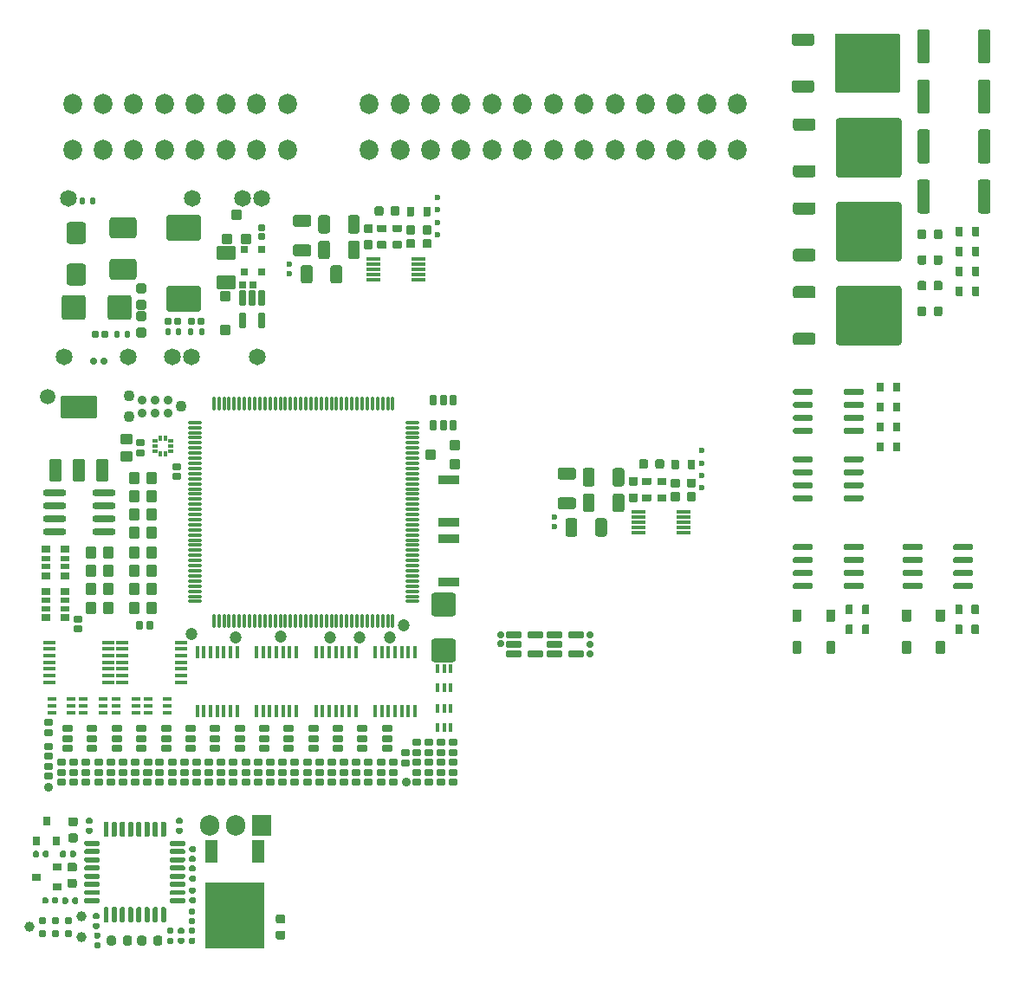
<source format=gts>
G75*
G70*
%OFA0B0*%
%FSLAX25Y25*%
%IPPOS*%
%LPD*%
%AMOC8*
5,1,8,0,0,1.08239X$1,22.5*
%
%AMM17*
21,1,0.039370,0.030320,0.000000,0.000000,90.000000*
21,1,0.028350,0.041340,0.000000,0.000000,90.000000*
1,1,0.011020,0.015160,0.014170*
1,1,0.011020,0.015160,-0.014170*
1,1,0.011020,-0.015160,-0.014170*
1,1,0.011020,-0.015160,0.014170*
%
%AMM177*
21,1,0.092130,0.073230,0.000000,-0.000000,180.000000*
21,1,0.069290,0.096060,0.000000,-0.000000,180.000000*
1,1,0.022840,-0.034650,0.036610*
1,1,0.022840,0.034650,0.036610*
1,1,0.022840,0.034650,-0.036610*
1,1,0.022840,-0.034650,-0.036610*
%
%AMM178*
21,1,0.100000,0.111020,0.000000,-0.000000,270.000000*
21,1,0.075590,0.135430,0.000000,-0.000000,270.000000*
1,1,0.024410,-0.055510,-0.037800*
1,1,0.024410,-0.055510,0.037800*
1,1,0.024410,0.055510,0.037800*
1,1,0.024410,0.055510,-0.037800*
%
%AMM179*
21,1,0.080320,0.083460,0.000000,-0.000000,270.000000*
21,1,0.059840,0.103940,0.000000,-0.000000,270.000000*
1,1,0.020470,-0.041730,-0.029920*
1,1,0.020470,-0.041730,0.029920*
1,1,0.020470,0.041730,0.029920*
1,1,0.020470,0.041730,-0.029920*
%
%AMM18*
21,1,0.047240,0.075980,0.000000,0.000000,0.000000*
21,1,0.034650,0.088580,0.000000,0.000000,0.000000*
1,1,0.012600,0.017320,-0.037990*
1,1,0.012600,-0.017320,-0.037990*
1,1,0.012600,-0.017320,0.037990*
1,1,0.012600,0.017320,0.037990*
%
%AMM180*
21,1,0.084250,0.053540,0.000000,-0.000000,90.000000*
21,1,0.065350,0.072440,0.000000,-0.000000,90.000000*
1,1,0.018900,0.026770,0.032680*
1,1,0.018900,0.026770,-0.032680*
1,1,0.018900,-0.026770,-0.032680*
1,1,0.018900,-0.026770,0.032680*
%
%AMM181*
21,1,0.040950,0.030320,0.000000,-0.000000,0.000000*
21,1,0.028350,0.042910,0.000000,-0.000000,0.000000*
1,1,0.012600,0.014170,-0.015160*
1,1,0.012600,-0.014170,-0.015160*
1,1,0.012600,-0.014170,0.015160*
1,1,0.012600,0.014170,0.015160*
%
%AMM182*
21,1,0.027170,0.052760,0.000000,-0.000000,180.000000*
21,1,0.017320,0.062600,0.000000,-0.000000,180.000000*
1,1,0.009840,-0.008660,0.026380*
1,1,0.009840,0.008660,0.026380*
1,1,0.009840,0.008660,-0.026380*
1,1,0.009840,-0.008660,-0.026380*
%
%AMM183*
21,1,0.041340,0.026770,0.000000,-0.000000,270.000000*
21,1,0.029130,0.038980,0.000000,-0.000000,270.000000*
1,1,0.012210,-0.013390,-0.014570*
1,1,0.012210,-0.013390,0.014570*
1,1,0.012210,0.013390,0.014570*
1,1,0.012210,0.013390,-0.014570*
%
%AMM184*
21,1,0.076380,0.036220,0.000000,-0.000000,0.000000*
21,1,0.061810,0.050790,0.000000,-0.000000,0.000000*
1,1,0.014570,0.030910,-0.018110*
1,1,0.014570,-0.030910,-0.018110*
1,1,0.014570,-0.030910,0.018110*
1,1,0.014570,0.030910,0.018110*
%
%AMM185*
21,1,0.038980,0.026770,0.000000,-0.000000,270.000000*
21,1,0.026770,0.038980,0.000000,-0.000000,270.000000*
1,1,0.012210,-0.013390,-0.013390*
1,1,0.012210,-0.013390,0.013390*
1,1,0.012210,0.013390,0.013390*
1,1,0.012210,0.013390,-0.013390*
%
%AMM186*
21,1,0.021260,0.016540,0.000000,-0.000000,180.000000*
21,1,0.012600,0.025200,0.000000,-0.000000,180.000000*
1,1,0.008660,-0.006300,0.008270*
1,1,0.008660,0.006300,0.008270*
1,1,0.008660,0.006300,-0.008270*
1,1,0.008660,-0.006300,-0.008270*
%
%AMM187*
21,1,0.029130,0.018900,0.000000,-0.000000,0.000000*
21,1,0.018900,0.029130,0.000000,-0.000000,0.000000*
1,1,0.010240,0.009450,-0.009450*
1,1,0.010240,-0.009450,-0.009450*
1,1,0.010240,-0.009450,0.009450*
1,1,0.010240,0.009450,0.009450*
%
%AMM188*
21,1,0.025200,0.019680,0.000000,-0.000000,270.000000*
21,1,0.015750,0.029130,0.000000,-0.000000,270.000000*
1,1,0.009450,-0.009840,-0.007870*
1,1,0.009450,-0.009840,0.007870*
1,1,0.009450,0.009840,0.007870*
1,1,0.009450,0.009840,-0.007870*
%
%AMM189*
21,1,0.025200,0.019680,0.000000,-0.000000,180.000000*
21,1,0.015750,0.029130,0.000000,-0.000000,180.000000*
1,1,0.009450,-0.007870,0.009840*
1,1,0.009450,0.007870,0.009840*
1,1,0.009450,0.007870,-0.009840*
1,1,0.009450,-0.007870,-0.009840*
%
%AMM19*
21,1,0.047240,0.075990,0.000000,0.000000,0.000000*
21,1,0.034650,0.088580,0.000000,0.000000,0.000000*
1,1,0.012600,0.017320,-0.037990*
1,1,0.012600,-0.017320,-0.037990*
1,1,0.012600,-0.017320,0.037990*
1,1,0.012600,0.017320,0.037990*
%
%AMM20*
21,1,0.141730,0.067720,0.000000,0.000000,0.000000*
21,1,0.120870,0.088580,0.000000,0.000000,0.000000*
1,1,0.020870,0.060430,-0.033860*
1,1,0.020870,-0.060430,-0.033860*
1,1,0.020870,-0.060430,0.033860*
1,1,0.020870,0.060430,0.033860*
%
%AMM21*
21,1,0.043310,0.035430,0.000000,0.000000,0.000000*
21,1,0.031500,0.047240,0.000000,0.000000,0.000000*
1,1,0.011810,0.015750,-0.017720*
1,1,0.011810,-0.015750,-0.017720*
1,1,0.011810,-0.015750,0.017720*
1,1,0.011810,0.015750,0.017720*
%
%AMM22*
21,1,0.027560,0.030710,0.000000,0.000000,180.000000*
21,1,0.018900,0.039370,0.000000,0.000000,180.000000*
1,1,0.008660,-0.009450,0.015350*
1,1,0.008660,0.009450,0.015350*
1,1,0.008660,0.009450,-0.015350*
1,1,0.008660,-0.009450,-0.015350*
%
%AMM23*
21,1,0.031500,0.018900,0.000000,0.000000,180.000000*
21,1,0.022840,0.027560,0.000000,0.000000,180.000000*
1,1,0.008660,-0.011420,0.009450*
1,1,0.008660,0.011420,0.009450*
1,1,0.008660,0.011420,-0.009450*
1,1,0.008660,-0.011420,-0.009450*
%
%AMM24*
21,1,0.027560,0.030710,0.000000,0.000000,270.000000*
21,1,0.018900,0.039370,0.000000,0.000000,270.000000*
1,1,0.008660,-0.015350,-0.009450*
1,1,0.008660,-0.015350,0.009450*
1,1,0.008660,0.015350,0.009450*
1,1,0.008660,0.015350,-0.009450*
%
%AMM25*
21,1,0.090550,0.073230,0.000000,0.000000,90.000000*
21,1,0.069290,0.094490,0.000000,0.000000,90.000000*
1,1,0.021260,0.036610,0.034650*
1,1,0.021260,0.036610,-0.034650*
1,1,0.021260,-0.036610,-0.034650*
1,1,0.021260,-0.036610,0.034650*
%
%AMM26*
21,1,0.029530,0.026380,0.000000,0.000000,90.000000*
21,1,0.020470,0.035430,0.000000,0.000000,90.000000*
1,1,0.009060,0.013190,0.010240*
1,1,0.009060,0.013190,-0.010240*
1,1,0.009060,-0.013190,-0.010240*
1,1,0.009060,-0.013190,0.010240*
%
%AMM27*
21,1,0.021650,0.027950,0.000000,0.000000,90.000000*
21,1,0.014170,0.035430,0.000000,0.000000,90.000000*
1,1,0.007480,0.013980,0.007090*
1,1,0.007480,0.013980,-0.007090*
1,1,0.007480,-0.013980,-0.007090*
1,1,0.007480,-0.013980,0.007090*
%
%AMM28*
21,1,0.035430,0.072440,0.000000,0.000000,90.000000*
21,1,0.025200,0.082680,0.000000,0.000000,90.000000*
1,1,0.010240,0.036220,0.012600*
1,1,0.010240,0.036220,-0.012600*
1,1,0.010240,-0.036220,-0.012600*
1,1,0.010240,-0.036220,0.012600*
%
%AMM29*
21,1,0.016540,0.028980,0.000000,0.000000,90.000000*
21,1,0.010080,0.035430,0.000000,0.000000,90.000000*
1,1,0.006460,0.014490,0.005040*
1,1,0.006460,0.014490,-0.005040*
1,1,0.006460,-0.014490,-0.005040*
1,1,0.006460,-0.014490,0.005040*
%
%AMM30*
21,1,0.016540,0.028980,0.000000,0.000000,180.000000*
21,1,0.010080,0.035430,0.000000,0.000000,180.000000*
1,1,0.006460,-0.005040,0.014490*
1,1,0.006460,0.005040,0.014490*
1,1,0.006460,0.005040,-0.014490*
1,1,0.006460,-0.005040,-0.014490*
%
%AMM31*
21,1,0.043310,0.035430,0.000000,0.000000,270.000000*
21,1,0.031500,0.047240,0.000000,0.000000,270.000000*
1,1,0.011810,-0.017720,-0.015750*
1,1,0.011810,-0.017720,0.015750*
1,1,0.011810,0.017720,0.015750*
1,1,0.011810,0.017720,-0.015750*
%
%AMM32*
21,1,0.031500,0.018900,0.000000,0.000000,90.000000*
21,1,0.022840,0.027560,0.000000,0.000000,90.000000*
1,1,0.008660,0.009450,0.011420*
1,1,0.008660,0.009450,-0.011420*
1,1,0.008660,-0.009450,-0.011420*
1,1,0.008660,-0.009450,0.011420*
%
%AMM58*
21,1,0.027170,0.052760,0.000000,0.000000,270.000000*
21,1,0.017320,0.062600,0.000000,0.000000,270.000000*
1,1,0.009840,-0.026380,-0.008660*
1,1,0.009840,-0.026380,0.008660*
1,1,0.009840,0.026380,0.008660*
1,1,0.009840,0.026380,-0.008660*
%
%ADD10C,0.02362*%
%ADD100M22*%
%ADD101C,0.03494*%
%ADD102M23*%
%ADD103M24*%
%ADD104M25*%
%ADD105C,0.03543*%
%ADD106M26*%
%ADD107M27*%
%ADD108M28*%
%ADD109O,0.01575X0.04724*%
%ADD110O,0.04724X0.01575*%
%ADD111M29*%
%ADD112O,0.09055X0.02756*%
%ADD113M30*%
%ADD114R,0.01870X0.01772*%
%ADD115R,0.01772X0.01870*%
%ADD116M31*%
%ADD117M32*%
%ADD118C,0.04294*%
%ADD119C,0.04724*%
%ADD13O,0.07087X0.07874*%
%ADD161M58*%
%ADD162C,0.02913*%
%ADD171R,0.03543X0.03150*%
%ADD172R,0.04724X0.08661*%
%ADD173C,0.05118*%
%ADD174R,0.22835X0.25197*%
%ADD175R,0.03150X0.03543*%
%ADD176R,0.07500X0.07874*%
%ADD177O,0.07500X0.07874*%
%ADD210C,0.06457*%
%ADD25C,0.05906*%
%ADD309M177*%
%ADD310M178*%
%ADD311M179*%
%ADD312M180*%
%ADD313M181*%
%ADD314M182*%
%ADD315M183*%
%ADD316M184*%
%ADD317M185*%
%ADD318M186*%
%ADD319M187*%
%ADD320M188*%
%ADD321M189*%
%ADD58R,0.05512X0.01181*%
%ADD86C,0.03100*%
%ADD90C,0.03900*%
%ADD93O,0.01260X0.05512*%
%ADD94O,0.05512X0.01260*%
%ADD95M17*%
%ADD96M18*%
%ADD97M19*%
%ADD98M20*%
%ADD99M21*%
X0000000Y0000000D02*
%LPD*%
G01*
G36*
G01*
X0363331Y0269004D02*
X0363331Y0272075D01*
G75*
G02*
X0363606Y0272350I0000276J0000000D01*
G01*
X0365811Y0272350D01*
G75*
G02*
X0366087Y0272075I0000000J-000276D01*
G01*
X0366087Y0269004D01*
G75*
G02*
X0365811Y0268728I-000276J0000000D01*
G01*
X0363606Y0268728D01*
G75*
G02*
X0363331Y0269004I0000000J0000276D01*
G01*
G37*
G36*
G01*
X0369630Y0269004D02*
X0369630Y0272075D01*
G75*
G02*
X0369906Y0272350I0000276J0000000D01*
G01*
X0372110Y0272350D01*
G75*
G02*
X0372386Y0272075I0000000J-000276D01*
G01*
X0372386Y0269004D01*
G75*
G02*
X0372110Y0268728I-000276J0000000D01*
G01*
X0369906Y0268728D01*
G75*
G02*
X0369630Y0269004I0000000J0000276D01*
G01*
G37*
G36*
G01*
X0348606Y0351503D02*
X0348606Y0362723D01*
G75*
G02*
X0349591Y0363707I0000984J0000000D01*
G01*
X0352445Y0363707D01*
G75*
G02*
X0353429Y0362723I0000000J-000984D01*
G01*
X0353429Y0351503D01*
G75*
G02*
X0352445Y0350518I-000984J0000000D01*
G01*
X0349591Y0350518D01*
G75*
G02*
X0348606Y0351503I0000000J0000984D01*
G01*
G37*
G36*
G01*
X0371933Y0351503D02*
X0371933Y0362723D01*
G75*
G02*
X0372917Y0363707I0000984J0000000D01*
G01*
X0375772Y0363707D01*
G75*
G02*
X0376756Y0362723I0000000J-000984D01*
G01*
X0376756Y0351503D01*
G75*
G02*
X0375772Y0350518I-000984J0000000D01*
G01*
X0372917Y0350518D01*
G75*
G02*
X0371933Y0351503I0000000J0000984D01*
G01*
G37*
G36*
G01*
X0342701Y0136069D02*
X0342701Y0140085D01*
G75*
G02*
X0343055Y0140440I0000354J0000000D01*
G01*
X0345890Y0140440D01*
G75*
G02*
X0346244Y0140085I0000000J-000354D01*
G01*
X0346244Y0136069D01*
G75*
G02*
X0345890Y0135715I-000354J0000000D01*
G01*
X0343055Y0135715D01*
G75*
G02*
X0342701Y0136069I0000000J0000354D01*
G01*
G37*
G36*
G01*
X0355693Y0136069D02*
X0355693Y0140085D01*
G75*
G02*
X0356047Y0140440I0000354J0000000D01*
G01*
X0358882Y0140440D01*
G75*
G02*
X0359236Y0140085I0000000J-000354D01*
G01*
X0359236Y0136069D01*
G75*
G02*
X0358882Y0135715I-000354J0000000D01*
G01*
X0356047Y0135715D01*
G75*
G02*
X0355693Y0136069I0000000J0000354D01*
G01*
G37*
G36*
G01*
X0300791Y0163825D02*
X0300791Y0165006D01*
G75*
G02*
X0301382Y0165597I0000591J0000000D01*
G01*
X0307878Y0165597D01*
G75*
G02*
X0308469Y0165006I0000000J-000591D01*
G01*
X0308469Y0163825D01*
G75*
G02*
X0307878Y0163235I-000591J0000000D01*
G01*
X0301382Y0163235D01*
G75*
G02*
X0300791Y0163825I0000000J0000591D01*
G01*
G37*
G36*
G01*
X0300791Y0158825D02*
X0300791Y0160006D01*
G75*
G02*
X0301382Y0160597I0000591J0000000D01*
G01*
X0307878Y0160597D01*
G75*
G02*
X0308469Y0160006I0000000J-000591D01*
G01*
X0308469Y0158825D01*
G75*
G02*
X0307878Y0158235I-000591J0000000D01*
G01*
X0301382Y0158235D01*
G75*
G02*
X0300791Y0158825I0000000J0000591D01*
G01*
G37*
G36*
G01*
X0300791Y0153825D02*
X0300791Y0155006D01*
G75*
G02*
X0301382Y0155597I0000591J0000000D01*
G01*
X0307878Y0155597D01*
G75*
G02*
X0308469Y0155006I0000000J-000591D01*
G01*
X0308469Y0153825D01*
G75*
G02*
X0307878Y0153235I-000591J0000000D01*
G01*
X0301382Y0153235D01*
G75*
G02*
X0300791Y0153825I0000000J0000591D01*
G01*
G37*
G36*
G01*
X0300791Y0148825D02*
X0300791Y0150006D01*
G75*
G02*
X0301382Y0150597I0000591J0000000D01*
G01*
X0307878Y0150597D01*
G75*
G02*
X0308469Y0150006I0000000J-000591D01*
G01*
X0308469Y0148825D01*
G75*
G02*
X0307878Y0148235I-000591J0000000D01*
G01*
X0301382Y0148235D01*
G75*
G02*
X0300791Y0148825I0000000J0000591D01*
G01*
G37*
G36*
G01*
X0320280Y0148825D02*
X0320280Y0150006D01*
G75*
G02*
X0320870Y0150597I0000591J0000000D01*
G01*
X0327366Y0150597D01*
G75*
G02*
X0327957Y0150006I0000000J-000591D01*
G01*
X0327957Y0148825D01*
G75*
G02*
X0327366Y0148235I-000591J0000000D01*
G01*
X0320870Y0148235D01*
G75*
G02*
X0320280Y0148825I0000000J0000591D01*
G01*
G37*
G36*
G01*
X0320280Y0153825D02*
X0320280Y0155006D01*
G75*
G02*
X0320870Y0155597I0000591J0000000D01*
G01*
X0327366Y0155597D01*
G75*
G02*
X0327957Y0155006I0000000J-000591D01*
G01*
X0327957Y0153825D01*
G75*
G02*
X0327366Y0153235I-000591J0000000D01*
G01*
X0320870Y0153235D01*
G75*
G02*
X0320280Y0153825I0000000J0000591D01*
G01*
G37*
G36*
G01*
X0320280Y0158825D02*
X0320280Y0160006D01*
G75*
G02*
X0320870Y0160597I0000591J0000000D01*
G01*
X0327366Y0160597D01*
G75*
G02*
X0327957Y0160006I0000000J-000591D01*
G01*
X0327957Y0158825D01*
G75*
G02*
X0327366Y0158235I-000591J0000000D01*
G01*
X0320870Y0158235D01*
G75*
G02*
X0320280Y0158825I0000000J0000591D01*
G01*
G37*
G36*
G01*
X0320280Y0163825D02*
X0320280Y0165006D01*
G75*
G02*
X0320870Y0165597I0000591J0000000D01*
G01*
X0327366Y0165597D01*
G75*
G02*
X0327957Y0165006I0000000J-000591D01*
G01*
X0327957Y0163825D01*
G75*
G02*
X0327366Y0163235I-000591J0000000D01*
G01*
X0320870Y0163235D01*
G75*
G02*
X0320280Y0163825I0000000J0000591D01*
G01*
G37*
G36*
G01*
X0348646Y0273899D02*
X0348646Y0275917D01*
G75*
G02*
X0349507Y0276778I0000861J0000000D01*
G01*
X0351229Y0276778D01*
G75*
G02*
X0352091Y0275917I0000000J-000861D01*
G01*
X0352091Y0273899D01*
G75*
G02*
X0351229Y0273038I-000861J0000000D01*
G01*
X0349507Y0273038D01*
G75*
G02*
X0348646Y0273899I0000000J0000861D01*
G01*
G37*
G36*
G01*
X0354846Y0273899D02*
X0354846Y0275917D01*
G75*
G02*
X0355708Y0276778I0000861J0000000D01*
G01*
X0357430Y0276778D01*
G75*
G02*
X0358291Y0275917I0000000J-000861D01*
G01*
X0358291Y0273899D01*
G75*
G02*
X0357430Y0273038I-000861J0000000D01*
G01*
X0355708Y0273038D01*
G75*
G02*
X0354846Y0273899I0000000J0000861D01*
G01*
G37*
G36*
G01*
X0348606Y0312999D02*
X0348606Y0324219D01*
G75*
G02*
X0349591Y0325203I0000984J0000000D01*
G01*
X0352445Y0325203D01*
G75*
G02*
X0353429Y0324219I0000000J-000984D01*
G01*
X0353429Y0312999D01*
G75*
G02*
X0352445Y0312014I-000984J0000000D01*
G01*
X0349591Y0312014D01*
G75*
G02*
X0348606Y0312999I0000000J0000984D01*
G01*
G37*
G36*
G01*
X0371933Y0312999D02*
X0371933Y0324219D01*
G75*
G02*
X0372917Y0325203I0000984J0000000D01*
G01*
X0375772Y0325203D01*
G75*
G02*
X0376756Y0324219I0000000J-000984D01*
G01*
X0376756Y0312999D01*
G75*
G02*
X0375772Y0312014I-000984J0000000D01*
G01*
X0372917Y0312014D01*
G75*
G02*
X0371933Y0312999I0000000J0000984D01*
G01*
G37*
D10*
X0222543Y0130676D03*
X0222543Y0126936D03*
X0222543Y0123195D03*
X0188291Y0127132D03*
X0188291Y0130676D03*
D13*
X0023528Y0317329D03*
X0035339Y0317329D03*
X0047150Y0317329D03*
X0058961Y0317329D03*
X0070772Y0317329D03*
X0082583Y0317329D03*
X0094394Y0317329D03*
X0106205Y0317329D03*
X0137701Y0317329D03*
X0149512Y0317329D03*
X0161323Y0317329D03*
X0173134Y0317329D03*
X0184945Y0317329D03*
X0196756Y0317329D03*
X0208567Y0317329D03*
X0220378Y0317329D03*
X0232189Y0317329D03*
X0244000Y0317329D03*
X0255811Y0317329D03*
X0267622Y0317329D03*
X0279433Y0317329D03*
X0279433Y0335046D03*
X0267622Y0335046D03*
X0255811Y0335046D03*
X0244000Y0335046D03*
X0232189Y0335046D03*
X0220378Y0335046D03*
X0208567Y0335046D03*
X0196756Y0335046D03*
X0184945Y0335046D03*
X0173134Y0335046D03*
X0161323Y0335046D03*
X0149512Y0335046D03*
X0137701Y0335046D03*
X0106205Y0335046D03*
X0094394Y0335046D03*
X0082583Y0335046D03*
X0070772Y0335046D03*
X0058961Y0335046D03*
X0047150Y0335046D03*
X0035339Y0335046D03*
X0023528Y0335046D03*
G36*
G01*
X0300791Y0325656D02*
X0300791Y0328412D01*
G75*
G02*
X0301776Y0329396I0000984J0000000D01*
G01*
X0308469Y0329396D01*
G75*
G02*
X0309453Y0328412I0000000J-000984D01*
G01*
X0309453Y0325656D01*
G75*
G02*
X0308469Y0324672I-000984J0000000D01*
G01*
X0301776Y0324672D01*
G75*
G02*
X0300791Y0325656I0000000J0000984D01*
G01*
G37*
G36*
G01*
X0317327Y0307625D02*
X0317327Y0328491D01*
G75*
G02*
X0318311Y0329475I0000984J0000000D01*
G01*
X0341539Y0329475D01*
G75*
G02*
X0342524Y0328491I0000000J-000984D01*
G01*
X0342524Y0307625D01*
G75*
G02*
X0341539Y0306640I-000984J0000000D01*
G01*
X0318311Y0306640D01*
G75*
G02*
X0317327Y0307625I0000000J0000984D01*
G01*
G37*
G36*
G01*
X0300791Y0307703D02*
X0300791Y0310459D01*
G75*
G02*
X0301776Y0311443I0000984J0000000D01*
G01*
X0308469Y0311443D01*
G75*
G02*
X0309453Y0310459I0000000J-000984D01*
G01*
X0309453Y0307703D01*
G75*
G02*
X0308469Y0306719I-000984J0000000D01*
G01*
X0301776Y0306719D01*
G75*
G02*
X0300791Y0307703I0000000J0000984D01*
G01*
G37*
G36*
G01*
X0363173Y0138839D02*
X0363173Y0141910D01*
G75*
G02*
X0363449Y0142185I0000276J0000000D01*
G01*
X0365654Y0142185D01*
G75*
G02*
X0365929Y0141910I0000000J-000276D01*
G01*
X0365929Y0138839D01*
G75*
G02*
X0365654Y0138563I-000276J0000000D01*
G01*
X0363449Y0138563D01*
G75*
G02*
X0363173Y0138839I0000000J0000276D01*
G01*
G37*
G36*
G01*
X0369472Y0138839D02*
X0369472Y0141910D01*
G75*
G02*
X0369748Y0142185I0000276J0000000D01*
G01*
X0371953Y0142185D01*
G75*
G02*
X0372228Y0141910I0000000J-000276D01*
G01*
X0372228Y0138839D01*
G75*
G02*
X0371953Y0138563I-000276J0000000D01*
G01*
X0369748Y0138563D01*
G75*
G02*
X0369472Y0138839I0000000J0000276D01*
G01*
G37*
G36*
G01*
X0332976Y0216756D02*
X0332976Y0219827D01*
G75*
G02*
X0333252Y0220102I0000276J0000000D01*
G01*
X0335457Y0220102D01*
G75*
G02*
X0335732Y0219827I0000000J-000276D01*
G01*
X0335732Y0216756D01*
G75*
G02*
X0335457Y0216480I-000276J0000000D01*
G01*
X0333252Y0216480D01*
G75*
G02*
X0332976Y0216756I0000000J0000276D01*
G01*
G37*
G36*
G01*
X0339276Y0216756D02*
X0339276Y0219827D01*
G75*
G02*
X0339551Y0220102I0000276J0000000D01*
G01*
X0341756Y0220102D01*
G75*
G02*
X0342031Y0219827I0000000J-000276D01*
G01*
X0342031Y0216756D01*
G75*
G02*
X0341756Y0216480I-000276J0000000D01*
G01*
X0339551Y0216480D01*
G75*
G02*
X0339276Y0216756I0000000J0000276D01*
G01*
G37*
G36*
G01*
X0332976Y0224429D02*
X0332976Y0227500D01*
G75*
G02*
X0333252Y0227776I0000276J0000000D01*
G01*
X0335457Y0227776D01*
G75*
G02*
X0335732Y0227500I0000000J-000276D01*
G01*
X0335732Y0224429D01*
G75*
G02*
X0335457Y0224154I-000276J0000000D01*
G01*
X0333252Y0224154D01*
G75*
G02*
X0332976Y0224429I0000000J0000276D01*
G01*
G37*
G36*
G01*
X0339276Y0224429D02*
X0339276Y0227500D01*
G75*
G02*
X0339551Y0227776I0000276J0000000D01*
G01*
X0341756Y0227776D01*
G75*
G02*
X0342031Y0227500I0000000J-000276D01*
G01*
X0342031Y0224429D01*
G75*
G02*
X0341756Y0224154I-000276J0000000D01*
G01*
X0339551Y0224154D01*
G75*
G02*
X0339276Y0224429I0000000J0000276D01*
G01*
G37*
G36*
G01*
X0342701Y0123786D02*
X0342701Y0127802D01*
G75*
G02*
X0343055Y0128156I0000354J0000000D01*
G01*
X0345890Y0128156D01*
G75*
G02*
X0346244Y0127802I0000000J-000354D01*
G01*
X0346244Y0123786D01*
G75*
G02*
X0345890Y0123432I-000354J0000000D01*
G01*
X0343055Y0123432D01*
G75*
G02*
X0342701Y0123786I0000000J0000354D01*
G01*
G37*
G36*
G01*
X0355693Y0123786D02*
X0355693Y0127802D01*
G75*
G02*
X0356047Y0128156I0000354J0000000D01*
G01*
X0358882Y0128156D01*
G75*
G02*
X0359236Y0127802I0000000J-000354D01*
G01*
X0359236Y0123786D01*
G75*
G02*
X0358882Y0123432I-000354J0000000D01*
G01*
X0356047Y0123432D01*
G75*
G02*
X0355693Y0123786I0000000J0000354D01*
G01*
G37*
G36*
G01*
X0348606Y0293747D02*
X0348606Y0304967D01*
G75*
G02*
X0349591Y0305951I0000984J0000000D01*
G01*
X0352445Y0305951D01*
G75*
G02*
X0353429Y0304967I0000000J-000984D01*
G01*
X0353429Y0293747D01*
G75*
G02*
X0352445Y0292762I-000984J0000000D01*
G01*
X0349591Y0292762D01*
G75*
G02*
X0348606Y0293747I0000000J0000984D01*
G01*
G37*
G36*
G01*
X0371933Y0293747D02*
X0371933Y0304967D01*
G75*
G02*
X0372917Y0305951I0000984J0000000D01*
G01*
X0375772Y0305951D01*
G75*
G02*
X0376756Y0304967I0000000J-000984D01*
G01*
X0376756Y0293747D01*
G75*
G02*
X0375772Y0292762I-000984J0000000D01*
G01*
X0372917Y0292762D01*
G75*
G02*
X0371933Y0293747I0000000J0000984D01*
G01*
G37*
G36*
G01*
X0332976Y0209082D02*
X0332976Y0212153D01*
G75*
G02*
X0333252Y0212429I0000276J0000000D01*
G01*
X0335457Y0212429D01*
G75*
G02*
X0335732Y0212153I0000000J-000276D01*
G01*
X0335732Y0209082D01*
G75*
G02*
X0335457Y0208807I-000276J0000000D01*
G01*
X0333252Y0208807D01*
G75*
G02*
X0332976Y0209082I0000000J0000276D01*
G01*
G37*
G36*
G01*
X0339276Y0209082D02*
X0339276Y0212153D01*
G75*
G02*
X0339551Y0212429I0000276J0000000D01*
G01*
X0341756Y0212429D01*
G75*
G02*
X0342031Y0212153I0000000J-000276D01*
G01*
X0342031Y0209082D01*
G75*
G02*
X0341756Y0208807I-000276J0000000D01*
G01*
X0339551Y0208807D01*
G75*
G02*
X0339276Y0209082I0000000J0000276D01*
G01*
G37*
G36*
G01*
X0321008Y0131165D02*
X0321008Y0134236D01*
G75*
G02*
X0321283Y0134512I0000276J0000000D01*
G01*
X0323488Y0134512D01*
G75*
G02*
X0323764Y0134236I0000000J-000276D01*
G01*
X0323764Y0131165D01*
G75*
G02*
X0323488Y0130890I-000276J0000000D01*
G01*
X0321283Y0130890D01*
G75*
G02*
X0321008Y0131165I0000000J0000276D01*
G01*
G37*
G36*
G01*
X0327307Y0131165D02*
X0327307Y0134236D01*
G75*
G02*
X0327583Y0134512I0000276J0000000D01*
G01*
X0329787Y0134512D01*
G75*
G02*
X0330063Y0134236I0000000J-000276D01*
G01*
X0330063Y0131165D01*
G75*
G02*
X0329787Y0130890I-000276J0000000D01*
G01*
X0327583Y0130890D01*
G75*
G02*
X0327307Y0131165I0000000J0000276D01*
G01*
G37*
G36*
G01*
X0300791Y0293392D02*
X0300791Y0296148D01*
G75*
G02*
X0301776Y0297132I0000984J0000000D01*
G01*
X0308469Y0297132D01*
G75*
G02*
X0309453Y0296148I0000000J-000984D01*
G01*
X0309453Y0293392D01*
G75*
G02*
X0308469Y0292408I-000984J0000000D01*
G01*
X0301776Y0292408D01*
G75*
G02*
X0300791Y0293392I0000000J0000984D01*
G01*
G37*
G36*
G01*
X0317327Y0275361D02*
X0317327Y0296227D01*
G75*
G02*
X0318311Y0297211I0000984J0000000D01*
G01*
X0341539Y0297211D01*
G75*
G02*
X0342524Y0296227I0000000J-000984D01*
G01*
X0342524Y0275361D01*
G75*
G02*
X0341539Y0274377I-000984J0000000D01*
G01*
X0318311Y0274377D01*
G75*
G02*
X0317327Y0275361I0000000J0000984D01*
G01*
G37*
G36*
G01*
X0300791Y0275440D02*
X0300791Y0278195D01*
G75*
G02*
X0301776Y0279180I0000984J0000000D01*
G01*
X0308469Y0279180D01*
G75*
G02*
X0309453Y0278195I0000000J-000984D01*
G01*
X0309453Y0275440D01*
G75*
G02*
X0308469Y0274455I-000984J0000000D01*
G01*
X0301776Y0274455D01*
G75*
G02*
X0300791Y0275440I0000000J0000984D01*
G01*
G37*
G36*
G01*
X0363173Y0131165D02*
X0363173Y0134236D01*
G75*
G02*
X0363449Y0134512I0000276J0000000D01*
G01*
X0365654Y0134512D01*
G75*
G02*
X0365929Y0134236I0000000J-000276D01*
G01*
X0365929Y0131165D01*
G75*
G02*
X0365654Y0130890I-000276J0000000D01*
G01*
X0363449Y0130890D01*
G75*
G02*
X0363173Y0131165I0000000J0000276D01*
G01*
G37*
G36*
G01*
X0369472Y0131165D02*
X0369472Y0134236D01*
G75*
G02*
X0369748Y0134512I0000276J0000000D01*
G01*
X0371953Y0134512D01*
G75*
G02*
X0372228Y0134236I0000000J-000276D01*
G01*
X0372228Y0131165D01*
G75*
G02*
X0371953Y0130890I-000276J0000000D01*
G01*
X0369748Y0130890D01*
G75*
G02*
X0369472Y0131165I0000000J0000276D01*
G01*
G37*
G36*
G01*
X0321008Y0138839D02*
X0321008Y0141910D01*
G75*
G02*
X0321283Y0142185I0000276J0000000D01*
G01*
X0323488Y0142185D01*
G75*
G02*
X0323764Y0141910I0000000J-000276D01*
G01*
X0323764Y0138839D01*
G75*
G02*
X0323488Y0138563I-000276J0000000D01*
G01*
X0321283Y0138563D01*
G75*
G02*
X0321008Y0138839I0000000J0000276D01*
G01*
G37*
G36*
G01*
X0327307Y0138839D02*
X0327307Y0141910D01*
G75*
G02*
X0327583Y0142185I0000276J0000000D01*
G01*
X0329787Y0142185D01*
G75*
G02*
X0330063Y0141910I0000000J-000276D01*
G01*
X0330063Y0138839D01*
G75*
G02*
X0329787Y0138563I-000276J0000000D01*
G01*
X0327583Y0138563D01*
G75*
G02*
X0327307Y0138839I0000000J0000276D01*
G01*
G37*
G36*
G01*
X0332976Y0201409D02*
X0332976Y0204480D01*
G75*
G02*
X0333252Y0204756I0000276J0000000D01*
G01*
X0335457Y0204756D01*
G75*
G02*
X0335732Y0204480I0000000J-000276D01*
G01*
X0335732Y0201409D01*
G75*
G02*
X0335457Y0201133I-000276J0000000D01*
G01*
X0333252Y0201133D01*
G75*
G02*
X0332976Y0201409I0000000J0000276D01*
G01*
G37*
G36*
G01*
X0339276Y0201409D02*
X0339276Y0204480D01*
G75*
G02*
X0339551Y0204756I0000276J0000000D01*
G01*
X0341756Y0204756D01*
G75*
G02*
X0342031Y0204480I0000000J-000276D01*
G01*
X0342031Y0201409D01*
G75*
G02*
X0341756Y0201133I-000276J0000000D01*
G01*
X0339551Y0201133D01*
G75*
G02*
X0339276Y0201409I0000000J0000276D01*
G01*
G37*
G36*
G01*
X0363331Y0261330D02*
X0363331Y0264401D01*
G75*
G02*
X0363606Y0264677I0000276J0000000D01*
G01*
X0365811Y0264677D01*
G75*
G02*
X0366087Y0264401I0000000J-000276D01*
G01*
X0366087Y0261330D01*
G75*
G02*
X0365811Y0261055I-000276J0000000D01*
G01*
X0363606Y0261055D01*
G75*
G02*
X0363331Y0261330I0000000J0000276D01*
G01*
G37*
G36*
G01*
X0369630Y0261330D02*
X0369630Y0264401D01*
G75*
G02*
X0369906Y0264677I0000276J0000000D01*
G01*
X0372110Y0264677D01*
G75*
G02*
X0372386Y0264401I0000000J-000276D01*
G01*
X0372386Y0261330D01*
G75*
G02*
X0372110Y0261055I-000276J0000000D01*
G01*
X0369906Y0261055D01*
G75*
G02*
X0369630Y0261330I0000000J0000276D01*
G01*
G37*
G36*
G01*
X0300311Y0358295D02*
X0300311Y0361051D01*
G75*
G02*
X0301295Y0362035I0000984J0000000D01*
G01*
X0307988Y0362035D01*
G75*
G02*
X0308972Y0361051I0000000J-000984D01*
G01*
X0308972Y0358295D01*
G75*
G02*
X0307988Y0357311I-000984J0000000D01*
G01*
X0301295Y0357311D01*
G75*
G02*
X0300311Y0358295I0000000J0000984D01*
G01*
G37*
G36*
G01*
X0316846Y0340264D02*
X0316846Y0361130D01*
G75*
G02*
X0317831Y0362114I0000984J0000000D01*
G01*
X0341059Y0362114D01*
G75*
G02*
X0342043Y0361130I0000000J-000984D01*
G01*
X0342043Y0340264D01*
G75*
G02*
X0341059Y0339280I-000984J0000000D01*
G01*
X0317831Y0339280D01*
G75*
G02*
X0316846Y0340264I0000000J0000984D01*
G01*
G37*
G36*
G01*
X0300311Y0340343D02*
X0300311Y0343098D01*
G75*
G02*
X0301295Y0344083I0000984J0000000D01*
G01*
X0307988Y0344083D01*
G75*
G02*
X0308972Y0343098I0000000J-000984D01*
G01*
X0308972Y0340343D01*
G75*
G02*
X0307988Y0339358I-000984J0000000D01*
G01*
X0301295Y0339358D01*
G75*
G02*
X0300311Y0340343I0000000J0000984D01*
G01*
G37*
G36*
G01*
X0300791Y0197605D02*
X0300791Y0198786D01*
G75*
G02*
X0301382Y0199377I0000591J0000000D01*
G01*
X0307878Y0199377D01*
G75*
G02*
X0308469Y0198786I0000000J-000591D01*
G01*
X0308469Y0197605D01*
G75*
G02*
X0307878Y0197014I-000591J0000000D01*
G01*
X0301382Y0197014D01*
G75*
G02*
X0300791Y0197605I0000000J0000591D01*
G01*
G37*
G36*
G01*
X0300791Y0192605D02*
X0300791Y0193786D01*
G75*
G02*
X0301382Y0194377I0000591J0000000D01*
G01*
X0307878Y0194377D01*
G75*
G02*
X0308469Y0193786I0000000J-000591D01*
G01*
X0308469Y0192605D01*
G75*
G02*
X0307878Y0192014I-000591J0000000D01*
G01*
X0301382Y0192014D01*
G75*
G02*
X0300791Y0192605I0000000J0000591D01*
G01*
G37*
G36*
G01*
X0300791Y0187605D02*
X0300791Y0188786D01*
G75*
G02*
X0301382Y0189377I0000591J0000000D01*
G01*
X0307878Y0189377D01*
G75*
G02*
X0308469Y0188786I0000000J-000591D01*
G01*
X0308469Y0187605D01*
G75*
G02*
X0307878Y0187014I-000591J0000000D01*
G01*
X0301382Y0187014D01*
G75*
G02*
X0300791Y0187605I0000000J0000591D01*
G01*
G37*
G36*
G01*
X0300791Y0182605D02*
X0300791Y0183786D01*
G75*
G02*
X0301382Y0184377I0000591J0000000D01*
G01*
X0307878Y0184377D01*
G75*
G02*
X0308469Y0183786I0000000J-000591D01*
G01*
X0308469Y0182605D01*
G75*
G02*
X0307878Y0182014I-000591J0000000D01*
G01*
X0301382Y0182014D01*
G75*
G02*
X0300791Y0182605I0000000J0000591D01*
G01*
G37*
G36*
G01*
X0320280Y0182605D02*
X0320280Y0183786D01*
G75*
G02*
X0320870Y0184377I0000591J0000000D01*
G01*
X0327366Y0184377D01*
G75*
G02*
X0327957Y0183786I0000000J-000591D01*
G01*
X0327957Y0182605D01*
G75*
G02*
X0327366Y0182014I-000591J0000000D01*
G01*
X0320870Y0182014D01*
G75*
G02*
X0320280Y0182605I0000000J0000591D01*
G01*
G37*
G36*
G01*
X0320280Y0187605D02*
X0320280Y0188786D01*
G75*
G02*
X0320870Y0189377I0000591J0000000D01*
G01*
X0327366Y0189377D01*
G75*
G02*
X0327957Y0188786I0000000J-000591D01*
G01*
X0327957Y0187605D01*
G75*
G02*
X0327366Y0187014I-000591J0000000D01*
G01*
X0320870Y0187014D01*
G75*
G02*
X0320280Y0187605I0000000J0000591D01*
G01*
G37*
G36*
G01*
X0320280Y0192605D02*
X0320280Y0193786D01*
G75*
G02*
X0320870Y0194377I0000591J0000000D01*
G01*
X0327366Y0194377D01*
G75*
G02*
X0327957Y0193786I0000000J-000591D01*
G01*
X0327957Y0192605D01*
G75*
G02*
X0327366Y0192014I-000591J0000000D01*
G01*
X0320870Y0192014D01*
G75*
G02*
X0320280Y0192605I0000000J0000591D01*
G01*
G37*
G36*
G01*
X0320280Y0197605D02*
X0320280Y0198786D01*
G75*
G02*
X0320870Y0199377I0000591J0000000D01*
G01*
X0327366Y0199377D01*
G75*
G02*
X0327957Y0198786I0000000J-000591D01*
G01*
X0327957Y0197605D01*
G75*
G02*
X0327366Y0197014I-000591J0000000D01*
G01*
X0320870Y0197014D01*
G75*
G02*
X0320280Y0197605I0000000J0000591D01*
G01*
G37*
D25*
X0094563Y0237697D03*
X0069366Y0237697D03*
X0061886Y0237697D03*
X0044957Y0237697D03*
D10*
X0035508Y0235925D03*
X0031571Y0235925D03*
D25*
X0020350Y0237697D03*
X0096335Y0298720D03*
X0089051Y0298720D03*
X0069563Y0298720D03*
X0022122Y0298720D03*
G36*
G01*
X0363331Y0276677D02*
X0363331Y0279748D01*
G75*
G02*
X0363606Y0280024I0000276J0000000D01*
G01*
X0365811Y0280024D01*
G75*
G02*
X0366087Y0279748I0000000J-000276D01*
G01*
X0366087Y0276677D01*
G75*
G02*
X0365811Y0276402I-000276J0000000D01*
G01*
X0363606Y0276402D01*
G75*
G02*
X0363331Y0276677I0000000J0000276D01*
G01*
G37*
G36*
G01*
X0369630Y0276677D02*
X0369630Y0279748D01*
G75*
G02*
X0369906Y0280024I0000276J0000000D01*
G01*
X0372110Y0280024D01*
G75*
G02*
X0372386Y0279748I0000000J-000276D01*
G01*
X0372386Y0276677D01*
G75*
G02*
X0372110Y0276402I-000276J0000000D01*
G01*
X0369906Y0276402D01*
G75*
G02*
X0369630Y0276677I0000000J0000276D01*
G01*
G37*
G36*
G01*
X0363331Y0284351D02*
X0363331Y0287421D01*
G75*
G02*
X0363606Y0287697I0000276J0000000D01*
G01*
X0365811Y0287697D01*
G75*
G02*
X0366087Y0287421I0000000J-000276D01*
G01*
X0366087Y0284351D01*
G75*
G02*
X0365811Y0284075I-000276J0000000D01*
G01*
X0363606Y0284075D01*
G75*
G02*
X0363331Y0284351I0000000J0000276D01*
G01*
G37*
G36*
G01*
X0369630Y0284351D02*
X0369630Y0287421D01*
G75*
G02*
X0369906Y0287697I0000276J0000000D01*
G01*
X0372110Y0287697D01*
G75*
G02*
X0372386Y0287421I0000000J-000276D01*
G01*
X0372386Y0284351D01*
G75*
G02*
X0372110Y0284075I-000276J0000000D01*
G01*
X0369906Y0284075D01*
G75*
G02*
X0369630Y0284351I0000000J0000276D01*
G01*
G37*
G36*
G01*
X0348646Y0283781D02*
X0348646Y0285799D01*
G75*
G02*
X0349507Y0286660I0000861J0000000D01*
G01*
X0351229Y0286660D01*
G75*
G02*
X0352091Y0285799I0000000J-000861D01*
G01*
X0352091Y0283781D01*
G75*
G02*
X0351229Y0282920I-000861J0000000D01*
G01*
X0349507Y0282920D01*
G75*
G02*
X0348646Y0283781I0000000J0000861D01*
G01*
G37*
G36*
G01*
X0354846Y0283781D02*
X0354846Y0285799D01*
G75*
G02*
X0355708Y0286660I0000861J0000000D01*
G01*
X0357430Y0286660D01*
G75*
G02*
X0358291Y0285799I0000000J-000861D01*
G01*
X0358291Y0283781D01*
G75*
G02*
X0357430Y0282920I-000861J0000000D01*
G01*
X0355708Y0282920D01*
G75*
G02*
X0354846Y0283781I0000000J0000861D01*
G01*
G37*
G36*
G01*
X0348606Y0332251D02*
X0348606Y0343471D01*
G75*
G02*
X0349591Y0344455I0000984J0000000D01*
G01*
X0352445Y0344455D01*
G75*
G02*
X0353429Y0343471I0000000J-000984D01*
G01*
X0353429Y0332251D01*
G75*
G02*
X0352445Y0331266I-000984J0000000D01*
G01*
X0349591Y0331266D01*
G75*
G02*
X0348606Y0332251I0000000J0000984D01*
G01*
G37*
G36*
G01*
X0371933Y0332251D02*
X0371933Y0343471D01*
G75*
G02*
X0372917Y0344455I0000984J0000000D01*
G01*
X0375772Y0344455D01*
G75*
G02*
X0376756Y0343471I0000000J-000984D01*
G01*
X0376756Y0332251D01*
G75*
G02*
X0375772Y0331266I-000984J0000000D01*
G01*
X0372917Y0331266D01*
G75*
G02*
X0371933Y0332251I0000000J0000984D01*
G01*
G37*
G36*
G01*
X0342957Y0163825D02*
X0342957Y0165006D01*
G75*
G02*
X0343547Y0165597I0000591J0000000D01*
G01*
X0350043Y0165597D01*
G75*
G02*
X0350634Y0165006I0000000J-000591D01*
G01*
X0350634Y0163825D01*
G75*
G02*
X0350043Y0163235I-000591J0000000D01*
G01*
X0343547Y0163235D01*
G75*
G02*
X0342957Y0163825I0000000J0000591D01*
G01*
G37*
G36*
G01*
X0342957Y0158825D02*
X0342957Y0160006D01*
G75*
G02*
X0343547Y0160597I0000591J0000000D01*
G01*
X0350043Y0160597D01*
G75*
G02*
X0350634Y0160006I0000000J-000591D01*
G01*
X0350634Y0158825D01*
G75*
G02*
X0350043Y0158235I-000591J0000000D01*
G01*
X0343547Y0158235D01*
G75*
G02*
X0342957Y0158825I0000000J0000591D01*
G01*
G37*
G36*
G01*
X0342957Y0153825D02*
X0342957Y0155006D01*
G75*
G02*
X0343547Y0155597I0000591J0000000D01*
G01*
X0350043Y0155597D01*
G75*
G02*
X0350634Y0155006I0000000J-000591D01*
G01*
X0350634Y0153825D01*
G75*
G02*
X0350043Y0153235I-000591J0000000D01*
G01*
X0343547Y0153235D01*
G75*
G02*
X0342957Y0153825I0000000J0000591D01*
G01*
G37*
G36*
G01*
X0342957Y0148825D02*
X0342957Y0150006D01*
G75*
G02*
X0343547Y0150597I0000591J0000000D01*
G01*
X0350043Y0150597D01*
G75*
G02*
X0350634Y0150006I0000000J-000591D01*
G01*
X0350634Y0148825D01*
G75*
G02*
X0350043Y0148235I-000591J0000000D01*
G01*
X0343547Y0148235D01*
G75*
G02*
X0342957Y0148825I0000000J0000591D01*
G01*
G37*
G36*
G01*
X0362445Y0148825D02*
X0362445Y0150006D01*
G75*
G02*
X0363035Y0150597I0000591J0000000D01*
G01*
X0369531Y0150597D01*
G75*
G02*
X0370122Y0150006I0000000J-000591D01*
G01*
X0370122Y0148825D01*
G75*
G02*
X0369531Y0148235I-000591J0000000D01*
G01*
X0363035Y0148235D01*
G75*
G02*
X0362445Y0148825I0000000J0000591D01*
G01*
G37*
G36*
G01*
X0362445Y0153825D02*
X0362445Y0155006D01*
G75*
G02*
X0363035Y0155597I0000591J0000000D01*
G01*
X0369531Y0155597D01*
G75*
G02*
X0370122Y0155006I0000000J-000591D01*
G01*
X0370122Y0153825D01*
G75*
G02*
X0369531Y0153235I-000591J0000000D01*
G01*
X0363035Y0153235D01*
G75*
G02*
X0362445Y0153825I0000000J0000591D01*
G01*
G37*
G36*
G01*
X0362445Y0158825D02*
X0362445Y0160006D01*
G75*
G02*
X0363035Y0160597I0000591J0000000D01*
G01*
X0369531Y0160597D01*
G75*
G02*
X0370122Y0160006I0000000J-000591D01*
G01*
X0370122Y0158825D01*
G75*
G02*
X0369531Y0158235I-000591J0000000D01*
G01*
X0363035Y0158235D01*
G75*
G02*
X0362445Y0158825I0000000J0000591D01*
G01*
G37*
G36*
G01*
X0362445Y0163825D02*
X0362445Y0165006D01*
G75*
G02*
X0363035Y0165597I0000591J0000000D01*
G01*
X0369531Y0165597D01*
G75*
G02*
X0370122Y0165006I0000000J-000591D01*
G01*
X0370122Y0163825D01*
G75*
G02*
X0369531Y0163235I-000591J0000000D01*
G01*
X0363035Y0163235D01*
G75*
G02*
X0362445Y0163825I0000000J0000591D01*
G01*
G37*
G36*
G01*
X0300535Y0136069D02*
X0300535Y0140085D01*
G75*
G02*
X0300890Y0140440I0000354J0000000D01*
G01*
X0303724Y0140440D01*
G75*
G02*
X0304079Y0140085I0000000J-000354D01*
G01*
X0304079Y0136069D01*
G75*
G02*
X0303724Y0135715I-000354J0000000D01*
G01*
X0300890Y0135715D01*
G75*
G02*
X0300535Y0136069I0000000J0000354D01*
G01*
G37*
G36*
G01*
X0313528Y0136069D02*
X0313528Y0140085D01*
G75*
G02*
X0313882Y0140440I0000354J0000000D01*
G01*
X0316717Y0140440D01*
G75*
G02*
X0317071Y0140085I0000000J-000354D01*
G01*
X0317071Y0136069D01*
G75*
G02*
X0316717Y0135715I-000354J0000000D01*
G01*
X0313882Y0135715D01*
G75*
G02*
X0313528Y0136069I0000000J0000354D01*
G01*
G37*
D10*
X0163850Y0289425D03*
X0163850Y0284701D03*
X0163850Y0294150D03*
X0163850Y0298874D03*
X0107059Y0273441D03*
X0107059Y0269504D03*
G36*
G01*
X0300535Y0123786D02*
X0300535Y0127802D01*
G75*
G02*
X0300890Y0128156I0000354J0000000D01*
G01*
X0303724Y0128156D01*
G75*
G02*
X0304079Y0127802I0000000J-000354D01*
G01*
X0304079Y0123786D01*
G75*
G02*
X0303724Y0123432I-000354J0000000D01*
G01*
X0300890Y0123432D01*
G75*
G02*
X0300535Y0123786I0000000J0000354D01*
G01*
G37*
G36*
G01*
X0313528Y0123786D02*
X0313528Y0127802D01*
G75*
G02*
X0313882Y0128156I0000354J0000000D01*
G01*
X0316717Y0128156D01*
G75*
G02*
X0317071Y0127802I0000000J-000354D01*
G01*
X0317071Y0123786D01*
G75*
G02*
X0316717Y0123432I-000354J0000000D01*
G01*
X0313882Y0123432D01*
G75*
G02*
X0313528Y0123786I0000000J0000354D01*
G01*
G37*
G36*
G01*
X0348646Y0254135D02*
X0348646Y0256153D01*
G75*
G02*
X0349507Y0257014I0000861J0000000D01*
G01*
X0351229Y0257014D01*
G75*
G02*
X0352091Y0256153I0000000J-000861D01*
G01*
X0352091Y0254135D01*
G75*
G02*
X0351229Y0253274I-000861J0000000D01*
G01*
X0349507Y0253274D01*
G75*
G02*
X0348646Y0254135I0000000J0000861D01*
G01*
G37*
G36*
G01*
X0354846Y0254135D02*
X0354846Y0256153D01*
G75*
G02*
X0355708Y0257014I0000861J0000000D01*
G01*
X0357430Y0257014D01*
G75*
G02*
X0358291Y0256153I0000000J-000861D01*
G01*
X0358291Y0254135D01*
G75*
G02*
X0357430Y0253274I-000861J0000000D01*
G01*
X0355708Y0253274D01*
G75*
G02*
X0354846Y0254135I0000000J0000861D01*
G01*
G37*
X0265689Y0192067D03*
X0265689Y0187343D03*
X0265689Y0196791D03*
X0265689Y0201516D03*
X0208898Y0176083D03*
X0208898Y0172146D03*
G36*
G01*
X0348646Y0264017D02*
X0348646Y0266035D01*
G75*
G02*
X0349507Y0266896I0000861J0000000D01*
G01*
X0351229Y0266896D01*
G75*
G02*
X0352091Y0266035I0000000J-000861D01*
G01*
X0352091Y0264017D01*
G75*
G02*
X0351229Y0263156I-000861J0000000D01*
G01*
X0349507Y0263156D01*
G75*
G02*
X0348646Y0264017I0000000J0000861D01*
G01*
G37*
G36*
G01*
X0354846Y0264017D02*
X0354846Y0266035D01*
G75*
G02*
X0355708Y0266896I0000861J0000000D01*
G01*
X0357430Y0266896D01*
G75*
G02*
X0358291Y0266035I0000000J-000861D01*
G01*
X0358291Y0264017D01*
G75*
G02*
X0357430Y0263156I-000861J0000000D01*
G01*
X0355708Y0263156D01*
G75*
G02*
X0354846Y0264017I0000000J0000861D01*
G01*
G37*
G36*
G01*
X0300791Y0223510D02*
X0300791Y0224692D01*
G75*
G02*
X0301382Y0225282I0000591J0000000D01*
G01*
X0307878Y0225282D01*
G75*
G02*
X0308469Y0224692I0000000J-000591D01*
G01*
X0308469Y0223510D01*
G75*
G02*
X0307878Y0222920I-000591J0000000D01*
G01*
X0301382Y0222920D01*
G75*
G02*
X0300791Y0223510I0000000J0000591D01*
G01*
G37*
G36*
G01*
X0300791Y0218510D02*
X0300791Y0219692D01*
G75*
G02*
X0301382Y0220282I0000591J0000000D01*
G01*
X0307878Y0220282D01*
G75*
G02*
X0308469Y0219692I0000000J-000591D01*
G01*
X0308469Y0218510D01*
G75*
G02*
X0307878Y0217920I-000591J0000000D01*
G01*
X0301382Y0217920D01*
G75*
G02*
X0300791Y0218510I0000000J0000591D01*
G01*
G37*
G36*
G01*
X0300791Y0213510D02*
X0300791Y0214692D01*
G75*
G02*
X0301382Y0215282I0000591J0000000D01*
G01*
X0307878Y0215282D01*
G75*
G02*
X0308469Y0214692I0000000J-000591D01*
G01*
X0308469Y0213510D01*
G75*
G02*
X0307878Y0212920I-000591J0000000D01*
G01*
X0301382Y0212920D01*
G75*
G02*
X0300791Y0213510I0000000J0000591D01*
G01*
G37*
G36*
G01*
X0300791Y0208510D02*
X0300791Y0209692D01*
G75*
G02*
X0301382Y0210282I0000591J0000000D01*
G01*
X0307878Y0210282D01*
G75*
G02*
X0308469Y0209692I0000000J-000591D01*
G01*
X0308469Y0208510D01*
G75*
G02*
X0307878Y0207920I-000591J0000000D01*
G01*
X0301382Y0207920D01*
G75*
G02*
X0300791Y0208510I0000000J0000591D01*
G01*
G37*
G36*
G01*
X0320280Y0208510D02*
X0320280Y0209692D01*
G75*
G02*
X0320870Y0210282I0000591J0000000D01*
G01*
X0327366Y0210282D01*
G75*
G02*
X0327957Y0209692I0000000J-000591D01*
G01*
X0327957Y0208510D01*
G75*
G02*
X0327366Y0207920I-000591J0000000D01*
G01*
X0320870Y0207920D01*
G75*
G02*
X0320280Y0208510I0000000J0000591D01*
G01*
G37*
G36*
G01*
X0320280Y0213510D02*
X0320280Y0214692D01*
G75*
G02*
X0320870Y0215282I0000591J0000000D01*
G01*
X0327366Y0215282D01*
G75*
G02*
X0327957Y0214692I0000000J-000591D01*
G01*
X0327957Y0213510D01*
G75*
G02*
X0327366Y0212920I-000591J0000000D01*
G01*
X0320870Y0212920D01*
G75*
G02*
X0320280Y0213510I0000000J0000591D01*
G01*
G37*
G36*
G01*
X0320280Y0218510D02*
X0320280Y0219692D01*
G75*
G02*
X0320870Y0220282I0000591J0000000D01*
G01*
X0327366Y0220282D01*
G75*
G02*
X0327957Y0219692I0000000J-000591D01*
G01*
X0327957Y0218510D01*
G75*
G02*
X0327366Y0217920I-000591J0000000D01*
G01*
X0320870Y0217920D01*
G75*
G02*
X0320280Y0218510I0000000J0000591D01*
G01*
G37*
G36*
G01*
X0320280Y0223510D02*
X0320280Y0224692D01*
G75*
G02*
X0320870Y0225282I0000591J0000000D01*
G01*
X0327366Y0225282D01*
G75*
G02*
X0327957Y0224692I0000000J-000591D01*
G01*
X0327957Y0223510D01*
G75*
G02*
X0327366Y0222920I-000591J0000000D01*
G01*
X0320870Y0222920D01*
G75*
G02*
X0320280Y0223510I0000000J0000591D01*
G01*
G37*
G36*
G01*
X0300791Y0261129D02*
X0300791Y0263884D01*
G75*
G02*
X0301776Y0264869I0000984J0000000D01*
G01*
X0308469Y0264869D01*
G75*
G02*
X0309453Y0263884I0000000J-000984D01*
G01*
X0309453Y0261129D01*
G75*
G02*
X0308469Y0260144I-000984J0000000D01*
G01*
X0301776Y0260144D01*
G75*
G02*
X0300791Y0261129I0000000J0000984D01*
G01*
G37*
G36*
G01*
X0317327Y0243097D02*
X0317327Y0263963D01*
G75*
G02*
X0318311Y0264947I0000984J0000000D01*
G01*
X0341539Y0264947D01*
G75*
G02*
X0342524Y0263963I0000000J-000984D01*
G01*
X0342524Y0243097D01*
G75*
G02*
X0341539Y0242113I-000984J0000000D01*
G01*
X0318311Y0242113D01*
G75*
G02*
X0317327Y0243097I0000000J0000984D01*
G01*
G37*
G36*
G01*
X0300791Y0243176D02*
X0300791Y0245932D01*
G75*
G02*
X0301776Y0246916I0000984J0000000D01*
G01*
X0308469Y0246916D01*
G75*
G02*
X0309453Y0245932I0000000J-000984D01*
G01*
X0309453Y0243176D01*
G75*
G02*
X0308469Y0242192I-000984J0000000D01*
G01*
X0301776Y0242192D01*
G75*
G02*
X0300791Y0243176I0000000J0000984D01*
G01*
G37*
X0207421Y0164902D02*
%LPD*%
G01*
D10*
X0265689Y0192067D03*
X0265689Y0187343D03*
X0265689Y0196792D03*
X0265689Y0201516D03*
X0208897Y0176083D03*
X0208897Y0172146D03*
D58*
X0241279Y0177894D03*
X0241279Y0175926D03*
X0241279Y0173957D03*
X0241279Y0171989D03*
X0241279Y0170020D03*
X0258602Y0170020D03*
X0258602Y0171989D03*
X0258602Y0173957D03*
X0258602Y0175926D03*
X0258602Y0177894D03*
G36*
G01*
X0248799Y0191083D02*
X0251870Y0191083D01*
G75*
G02*
X0252145Y0190808I0000000J-000276D01*
G01*
X0252145Y0188603D01*
G75*
G02*
X0251870Y0188327I-000276J0000000D01*
G01*
X0248799Y0188327D01*
G75*
G02*
X0248523Y0188603I0000000J0000276D01*
G01*
X0248523Y0190808D01*
G75*
G02*
X0248799Y0191083I0000276J0000000D01*
G01*
G37*
G36*
G01*
X0248799Y0184784D02*
X0251870Y0184784D01*
G75*
G02*
X0252145Y0184508I0000000J-000276D01*
G01*
X0252145Y0182304D01*
G75*
G02*
X0251870Y0182028I-000276J0000000D01*
G01*
X0248799Y0182028D01*
G75*
G02*
X0248523Y0182304I0000000J0000276D01*
G01*
X0248523Y0184508D01*
G75*
G02*
X0248799Y0184784I0000276J0000000D01*
G01*
G37*
G36*
G01*
X0263130Y0197737D02*
X0263130Y0194666D01*
G75*
G02*
X0262854Y0194390I-000276J0000000D01*
G01*
X0260649Y0194390D01*
G75*
G02*
X0260374Y0194666I0000000J0000276D01*
G01*
X0260374Y0197737D01*
G75*
G02*
X0260649Y0198012I0000276J0000000D01*
G01*
X0262854Y0198012D01*
G75*
G02*
X0263130Y0197737I0000000J-000276D01*
G01*
G37*
G36*
G01*
X0256830Y0197737D02*
X0256830Y0194666D01*
G75*
G02*
X0256555Y0194390I-000276J0000000D01*
G01*
X0254350Y0194390D01*
G75*
G02*
X0254075Y0194666I0000000J0000276D01*
G01*
X0254075Y0197737D01*
G75*
G02*
X0254350Y0198012I0000276J0000000D01*
G01*
X0256555Y0198012D01*
G75*
G02*
X0256830Y0197737I0000000J-000276D01*
G01*
G37*
G36*
G01*
X0242893Y0191083D02*
X0245964Y0191083D01*
G75*
G02*
X0246240Y0190808I0000000J-000276D01*
G01*
X0246240Y0188603D01*
G75*
G02*
X0245964Y0188327I-000276J0000000D01*
G01*
X0242893Y0188327D01*
G75*
G02*
X0242618Y0188603I0000000J0000276D01*
G01*
X0242618Y0190808D01*
G75*
G02*
X0242893Y0191083I0000276J0000000D01*
G01*
G37*
G36*
G01*
X0242893Y0184784D02*
X0245964Y0184784D01*
G75*
G02*
X0246240Y0184508I0000000J-000276D01*
G01*
X0246240Y0182304D01*
G75*
G02*
X0245964Y0182028I-000276J0000000D01*
G01*
X0242893Y0182028D01*
G75*
G02*
X0242618Y0182304I0000000J0000276D01*
G01*
X0242618Y0184508D01*
G75*
G02*
X0242893Y0184784I0000276J0000000D01*
G01*
G37*
G36*
G01*
X0232244Y0194823D02*
X0234960Y0194823D01*
G75*
G02*
X0235866Y0193918I0000000J-000906D01*
G01*
X0235866Y0188642D01*
G75*
G02*
X0234960Y0187737I-000906J0000000D01*
G01*
X0232244Y0187737D01*
G75*
G02*
X0231338Y0188642I0000000J0000906D01*
G01*
X0231338Y0193918D01*
G75*
G02*
X0232244Y0194823I0000906J0000000D01*
G01*
G37*
G36*
G01*
X0220826Y0194823D02*
X0223543Y0194823D01*
G75*
G02*
X0224449Y0193918I0000000J-000906D01*
G01*
X0224449Y0188642D01*
G75*
G02*
X0223543Y0187737I-000906J0000000D01*
G01*
X0220826Y0187737D01*
G75*
G02*
X0219921Y0188642I0000000J0000906D01*
G01*
X0219921Y0193918D01*
G75*
G02*
X0220826Y0194823I0000906J0000000D01*
G01*
G37*
G36*
G01*
X0232244Y0184981D02*
X0234960Y0184981D01*
G75*
G02*
X0235866Y0184075I0000000J-000906D01*
G01*
X0235866Y0178800D01*
G75*
G02*
X0234960Y0177894I-000906J0000000D01*
G01*
X0232244Y0177894D01*
G75*
G02*
X0231338Y0178800I0000000J0000906D01*
G01*
X0231338Y0184075D01*
G75*
G02*
X0232244Y0184981I0000906J0000000D01*
G01*
G37*
G36*
G01*
X0220826Y0184981D02*
X0223543Y0184981D01*
G75*
G02*
X0224449Y0184075I0000000J-000906D01*
G01*
X0224449Y0178800D01*
G75*
G02*
X0223543Y0177894I-000906J0000000D01*
G01*
X0220826Y0177894D01*
G75*
G02*
X0219921Y0178800I0000000J0000906D01*
G01*
X0219921Y0184075D01*
G75*
G02*
X0220826Y0184981I0000906J0000000D01*
G01*
G37*
G36*
G01*
X0210177Y0191300D02*
X0210177Y0194016D01*
G75*
G02*
X0211082Y0194922I0000906J0000000D01*
G01*
X0216358Y0194922D01*
G75*
G02*
X0217264Y0194016I0000000J-000906D01*
G01*
X0217264Y0191300D01*
G75*
G02*
X0216358Y0190394I-000906J0000000D01*
G01*
X0211082Y0190394D01*
G75*
G02*
X0210177Y0191300I0000000J0000906D01*
G01*
G37*
G36*
G01*
X0210177Y0179882D02*
X0210177Y0182599D01*
G75*
G02*
X0211082Y0183504I0000906J0000000D01*
G01*
X0216358Y0183504D01*
G75*
G02*
X0217264Y0182599I0000000J-000906D01*
G01*
X0217264Y0179882D01*
G75*
G02*
X0216358Y0178977I-000906J0000000D01*
G01*
X0211082Y0178977D01*
G75*
G02*
X0210177Y0179882I0000000J0000906D01*
G01*
G37*
G36*
G01*
X0225551Y0175532D02*
X0228267Y0175532D01*
G75*
G02*
X0229173Y0174626I0000000J-000906D01*
G01*
X0229173Y0169351D01*
G75*
G02*
X0228267Y0168445I-000906J0000000D01*
G01*
X0225551Y0168445D01*
G75*
G02*
X0224645Y0169351I0000000J0000906D01*
G01*
X0224645Y0174626D01*
G75*
G02*
X0225551Y0175532I0000906J0000000D01*
G01*
G37*
G36*
G01*
X0214134Y0175532D02*
X0216850Y0175532D01*
G75*
G02*
X0217756Y0174626I0000000J-000906D01*
G01*
X0217756Y0169351D01*
G75*
G02*
X0216850Y0168445I-000906J0000000D01*
G01*
X0214134Y0168445D01*
G75*
G02*
X0213228Y0169351I0000000J0000906D01*
G01*
X0213228Y0174626D01*
G75*
G02*
X0214134Y0175532I0000906J0000000D01*
G01*
G37*
G36*
G01*
X0251220Y0197407D02*
X0251220Y0195389D01*
G75*
G02*
X0250359Y0194528I-000861J0000000D01*
G01*
X0248637Y0194528D01*
G75*
G02*
X0247775Y0195389I0000000J0000861D01*
G01*
X0247775Y0197407D01*
G75*
G02*
X0248637Y0198268I0000861J0000000D01*
G01*
X0250359Y0198268D01*
G75*
G02*
X0251220Y0197407I0000000J-000861D01*
G01*
G37*
G36*
G01*
X0245019Y0197407D02*
X0245019Y0195389D01*
G75*
G02*
X0244158Y0194528I-000861J0000000D01*
G01*
X0242436Y0194528D01*
G75*
G02*
X0241575Y0195389I0000000J0000861D01*
G01*
X0241575Y0197407D01*
G75*
G02*
X0242436Y0198268I0000861J0000000D01*
G01*
X0244158Y0198268D01*
G75*
G02*
X0245019Y0197407I0000000J-000861D01*
G01*
G37*
G36*
G01*
X0257165Y0190445D02*
X0257165Y0187768D01*
G75*
G02*
X0256830Y0187433I-000335J0000000D01*
G01*
X0254153Y0187433D01*
G75*
G02*
X0253819Y0187768I0000000J0000335D01*
G01*
X0253819Y0190445D01*
G75*
G02*
X0254153Y0190780I0000335J0000000D01*
G01*
X0256830Y0190780D01*
G75*
G02*
X0257165Y0190445I0000000J-000335D01*
G01*
G37*
G36*
G01*
X0263386Y0190445D02*
X0263386Y0187768D01*
G75*
G02*
X0263051Y0187433I-000335J0000000D01*
G01*
X0260374Y0187433D01*
G75*
G02*
X0260039Y0187768I0000000J0000335D01*
G01*
X0260039Y0190445D01*
G75*
G02*
X0260374Y0190780I0000335J0000000D01*
G01*
X0263051Y0190780D01*
G75*
G02*
X0263386Y0190445I0000000J-000335D01*
G01*
G37*
G36*
G01*
X0263386Y0185138D02*
X0263386Y0182461D01*
G75*
G02*
X0263051Y0182126I-000335J0000000D01*
G01*
X0260374Y0182126D01*
G75*
G02*
X0260039Y0182461I0000000J0000335D01*
G01*
X0260039Y0185138D01*
G75*
G02*
X0260374Y0185473I0000335J0000000D01*
G01*
X0263051Y0185473D01*
G75*
G02*
X0263386Y0185138I0000000J-000335D01*
G01*
G37*
G36*
G01*
X0257165Y0185138D02*
X0257165Y0182461D01*
G75*
G02*
X0256830Y0182126I-000335J0000000D01*
G01*
X0254153Y0182126D01*
G75*
G02*
X0253819Y0182461I0000000J0000335D01*
G01*
X0253819Y0185138D01*
G75*
G02*
X0254153Y0185473I0000335J0000000D01*
G01*
X0256830Y0185473D01*
G75*
G02*
X0257165Y0185138I0000000J-000335D01*
G01*
G37*
G36*
G01*
X0237972Y0191339D02*
X0240649Y0191339D01*
G75*
G02*
X0240984Y0191004I0000000J-000335D01*
G01*
X0240984Y0188327D01*
G75*
G02*
X0240649Y0187993I-000335J0000000D01*
G01*
X0237972Y0187993D01*
G75*
G02*
X0237638Y0188327I0000000J0000335D01*
G01*
X0237638Y0191004D01*
G75*
G02*
X0237972Y0191339I0000335J0000000D01*
G01*
G37*
G36*
G01*
X0237972Y0185119D02*
X0240649Y0185119D01*
G75*
G02*
X0240984Y0184784I0000000J-000335D01*
G01*
X0240984Y0182107D01*
G75*
G02*
X0240649Y0181772I-000335J0000000D01*
G01*
X0237972Y0181772D01*
G75*
G02*
X0237638Y0182107I0000000J0000335D01*
G01*
X0237638Y0184784D01*
G75*
G02*
X0237972Y0185119I0000335J0000000D01*
G01*
G37*
X0009496Y0068685D02*
G01*
G75*
D93*
X0077901Y0219768D02*
D03*
X0079870Y0219768D02*
D03*
X0081838Y0219768D02*
D03*
X0083807Y0219768D02*
D03*
X0085775Y0219768D02*
D03*
X0087744Y0219768D02*
D03*
X0089712Y0219768D02*
D03*
X0091681Y0219768D02*
D03*
X0093649Y0219768D02*
D03*
X0095618Y0219768D02*
D03*
X0097586Y0219768D02*
D03*
X0099555Y0219768D02*
D03*
X0101524Y0219768D02*
D03*
X0103492Y0219768D02*
D03*
X0105461Y0219768D02*
D03*
X0107429Y0219768D02*
D03*
X0109398Y0219768D02*
D03*
X0111366Y0219768D02*
D03*
X0113335Y0219768D02*
D03*
X0115303Y0219768D02*
D03*
X0117272Y0219768D02*
D03*
X0119240Y0219768D02*
D03*
X0121209Y0219768D02*
D03*
X0123177Y0219768D02*
D03*
X0125146Y0219768D02*
D03*
X0127114Y0219768D02*
D03*
X0129083Y0219768D02*
D03*
X0131051Y0219768D02*
D03*
X0133020Y0219768D02*
D03*
X0134988Y0219768D02*
D03*
X0136957Y0219768D02*
D03*
X0138925Y0219768D02*
D03*
X0140894Y0219768D02*
D03*
X0142862Y0219768D02*
D03*
X0144831Y0219768D02*
D03*
X0146799Y0219768D02*
D03*
X0146799Y0136106D02*
D03*
X0144831Y0136106D02*
D03*
X0142862Y0136106D02*
D03*
X0140894Y0136106D02*
D03*
X0138925Y0136106D02*
D03*
X0136957Y0136106D02*
D03*
X0134988Y0136106D02*
D03*
X0133020Y0136106D02*
D03*
X0131051Y0136106D02*
D03*
X0129083Y0136106D02*
D03*
X0127114Y0136106D02*
D03*
X0125146Y0136106D02*
D03*
X0123177Y0136106D02*
D03*
X0121209Y0136106D02*
D03*
X0119240Y0136106D02*
D03*
X0117272Y0136106D02*
D03*
X0115303Y0136106D02*
D03*
X0113335Y0136106D02*
D03*
X0111366Y0136106D02*
D03*
X0109398Y0136106D02*
D03*
X0107429Y0136106D02*
D03*
X0105461Y0136106D02*
D03*
X0103492Y0136106D02*
D03*
X0101524Y0136106D02*
D03*
X0099555Y0136106D02*
D03*
X0097586Y0136106D02*
D03*
X0095618Y0136106D02*
D03*
X0093649Y0136106D02*
D03*
X0091681Y0136106D02*
D03*
X0089712Y0136106D02*
D03*
X0087744Y0136106D02*
D03*
X0085775Y0136106D02*
D03*
X0083807Y0136106D02*
D03*
X0081838Y0136106D02*
D03*
X0079870Y0136106D02*
D03*
X0077901Y0136106D02*
D03*
D94*
X0154181Y0212386D02*
D03*
X0154181Y0210417D02*
D03*
X0154181Y0208449D02*
D03*
X0154181Y0206480D02*
D03*
X0154181Y0204512D02*
D03*
X0154181Y0202543D02*
D03*
X0154181Y0200575D02*
D03*
X0154181Y0198606D02*
D03*
X0154181Y0196638D02*
D03*
X0154181Y0194669D02*
D03*
X0154181Y0192701D02*
D03*
X0154181Y0190732D02*
D03*
X0154181Y0188764D02*
D03*
X0154181Y0186795D02*
D03*
X0154181Y0184827D02*
D03*
X0154181Y0182858D02*
D03*
X0154181Y0180890D02*
D03*
X0154181Y0178921D02*
D03*
X0154181Y0176953D02*
D03*
X0154181Y0174984D02*
D03*
X0154181Y0173016D02*
D03*
X0154181Y0171047D02*
D03*
X0154181Y0169079D02*
D03*
X0154181Y0167110D02*
D03*
X0154181Y0165142D02*
D03*
X0154181Y0163173D02*
D03*
X0154181Y0161205D02*
D03*
X0154181Y0159236D02*
D03*
X0154181Y0157268D02*
D03*
X0154181Y0155299D02*
D03*
X0154181Y0153331D02*
D03*
X0154181Y0151362D02*
D03*
X0154181Y0149394D02*
D03*
X0154181Y0147425D02*
D03*
X0154181Y0145457D02*
D03*
X0154181Y0143488D02*
D03*
X0070520Y0143488D02*
D03*
X0070520Y0145457D02*
D03*
X0070520Y0147425D02*
D03*
X0070520Y0149394D02*
D03*
X0070520Y0151362D02*
D03*
X0070520Y0153331D02*
D03*
X0070520Y0155299D02*
D03*
X0070520Y0157268D02*
D03*
X0070520Y0159236D02*
D03*
X0070520Y0161205D02*
D03*
X0070520Y0163173D02*
D03*
X0070520Y0165142D02*
D03*
X0070520Y0167110D02*
D03*
X0070520Y0169079D02*
D03*
X0070520Y0171047D02*
D03*
X0070520Y0173016D02*
D03*
X0070520Y0174984D02*
D03*
X0070520Y0176953D02*
D03*
X0070520Y0178921D02*
D03*
X0070520Y0180890D02*
D03*
X0070520Y0182858D02*
D03*
X0070520Y0184827D02*
D03*
X0070520Y0186795D02*
D03*
X0070520Y0188764D02*
D03*
X0070520Y0190732D02*
D03*
X0070520Y0192701D02*
D03*
X0070520Y0194669D02*
D03*
X0070520Y0196638D02*
D03*
X0070520Y0198606D02*
D03*
X0070520Y0200575D02*
D03*
X0070520Y0202543D02*
D03*
X0070520Y0204512D02*
D03*
X0070520Y0206480D02*
D03*
X0070520Y0208449D02*
D03*
X0070520Y0210417D02*
D03*
X0070520Y0212386D02*
D03*
D95*
X0170526Y0196197D02*
D03*
X0161274Y0199937D02*
D03*
D95*
X0170526Y0203677D02*
D03*
D96*
X0016976Y0193882D02*
D03*
X0035087Y0193882D02*
D03*
D97*
X0026031Y0193882D02*
D03*
D98*
X0026031Y0218291D02*
D03*
D99*
X0047291Y0169866D02*
D03*
X0053984Y0169866D02*
D03*
X0053984Y0176953D02*
D03*
X0047291Y0176953D02*
D03*
X0047291Y0184039D02*
D03*
X0053984Y0184039D02*
D03*
X0053984Y0191126D02*
D03*
X0047291Y0191126D02*
D03*
X0037449Y0162386D02*
D03*
X0030756Y0162386D02*
D03*
X0053984Y0162386D02*
D03*
X0047291Y0162386D02*
D03*
X0037449Y0155299D02*
D03*
X0030756Y0155299D02*
D03*
X0053984Y0155299D02*
D03*
X0047291Y0155299D02*
D03*
X0037449Y0148213D02*
D03*
X0030756Y0148213D02*
D03*
X0053984Y0148213D02*
D03*
X0047291Y0148213D02*
D03*
X0030756Y0141126D02*
D03*
X0037449Y0141126D02*
D03*
X0053984Y0141126D02*
D03*
X0047291Y0141126D02*
D03*
D100*
X0169927Y0220824D02*
D03*
X0166187Y0220824D02*
D03*
X0162446Y0220824D02*
D03*
X0162446Y0211375D02*
D03*
X0166187Y0211375D02*
D03*
X0169927Y0211375D02*
D03*
D101*
X0060244Y0221126D02*
D03*
X0060244Y0216126D02*
D03*
X0055244Y0221126D02*
D03*
X0055244Y0216126D02*
D03*
X0050244Y0221126D02*
D03*
X0050244Y0216126D02*
D03*
D102*
X0014220Y0076165D02*
D03*
X0014220Y0080102D02*
D03*
X0160677Y0089157D02*
D03*
X0160677Y0085220D02*
D03*
X0057134Y0077740D02*
D03*
X0057134Y0073803D02*
D03*
X0071307Y0077740D02*
D03*
X0071307Y0073803D02*
D03*
X0090205Y0081677D02*
D03*
X0090205Y0077740D02*
D03*
X0090205Y0073803D02*
D03*
X0090205Y0077740D02*
D03*
X0099654Y0077740D02*
D03*
X0099654Y0081677D02*
D03*
X0099654Y0077740D02*
D03*
X0099654Y0073803D02*
D03*
X0123276Y0081677D02*
D03*
X0123276Y0077740D02*
D03*
X0146898Y0077740D02*
D03*
X0146898Y0081677D02*
D03*
X0146898Y0077740D02*
D03*
X0146898Y0073803D02*
D03*
X0063532Y0191520D02*
D03*
X0063532Y0195457D02*
D03*
X0151622Y0081283D02*
D03*
X0151622Y0085220D02*
D03*
X0014220Y0096835D02*
D03*
X0014220Y0092898D02*
D03*
X0025638Y0132858D02*
D03*
X0025638Y0136795D02*
D03*
X0170126Y0085220D02*
D03*
X0170126Y0089157D02*
D03*
X0165401Y0085220D02*
D03*
X0165401Y0089157D02*
D03*
X0155953Y0085220D02*
D03*
X0155953Y0089157D02*
D03*
X0019339Y0077740D02*
D03*
X0019339Y0081677D02*
D03*
X0024063Y0077740D02*
D03*
X0024063Y0081677D02*
D03*
X0028787Y0077740D02*
D03*
X0028787Y0081677D02*
D03*
X0033512Y0077740D02*
D03*
X0033512Y0081677D02*
D03*
X0019339Y0077740D02*
D03*
X0019339Y0073803D02*
D03*
X0024063Y0077740D02*
D03*
X0024063Y0073803D02*
D03*
X0028787Y0077740D02*
D03*
X0028787Y0073803D02*
D03*
X0033512Y0077740D02*
D03*
X0033512Y0073803D02*
D03*
X0038236Y0077740D02*
D03*
X0038236Y0081677D02*
D03*
X0042961Y0077740D02*
D03*
X0042961Y0081677D02*
D03*
X0047685Y0077740D02*
D03*
X0047685Y0081677D02*
D03*
X0052527Y0077740D02*
D03*
X0052527Y0081677D02*
D03*
X0038236Y0077740D02*
D03*
X0038236Y0073803D02*
D03*
X0042961Y0077740D02*
D03*
X0042961Y0073803D02*
D03*
X0047685Y0077740D02*
D03*
X0047685Y0073803D02*
D03*
X0052409Y0077740D02*
D03*
X0052409Y0073803D02*
D03*
X0057134Y0077740D02*
D03*
X0057134Y0081677D02*
D03*
X0061858Y0077740D02*
D03*
X0061858Y0081677D02*
D03*
X0066583Y0077740D02*
D03*
X0066583Y0081677D02*
D03*
X0071307Y0077740D02*
D03*
X0071307Y0081677D02*
D03*
X0061858Y0077740D02*
D03*
X0061858Y0073803D02*
D03*
X0066583Y0077740D02*
D03*
X0066583Y0073803D02*
D03*
X0076032Y0081677D02*
D03*
X0076032Y0077740D02*
D03*
X0080756Y0081677D02*
D03*
X0080756Y0077740D02*
D03*
X0085480Y0081677D02*
D03*
X0085480Y0077740D02*
D03*
X0076032Y0073803D02*
D03*
X0076032Y0077740D02*
D03*
X0080756Y0073803D02*
D03*
X0080756Y0077740D02*
D03*
X0085480Y0073803D02*
D03*
X0085480Y0077740D02*
D03*
X0094929Y0077740D02*
D03*
X0094929Y0081677D02*
D03*
X0104378Y0077740D02*
D03*
X0104378Y0081677D02*
D03*
X0109102Y0077740D02*
D03*
X0109102Y0081677D02*
D03*
X0094929Y0077740D02*
D03*
X0094929Y0073803D02*
D03*
X0104378Y0077740D02*
D03*
X0104378Y0073803D02*
D03*
X0109102Y0077740D02*
D03*
X0109102Y0073803D02*
D03*
X0113827Y0081677D02*
D03*
X0113827Y0077740D02*
D03*
X0118551Y0081677D02*
D03*
X0118551Y0077740D02*
D03*
X0128000Y0081677D02*
D03*
X0128000Y0077740D02*
D03*
X0113827Y0073803D02*
D03*
X0113827Y0077740D02*
D03*
X0118551Y0073803D02*
D03*
X0118551Y0077740D02*
D03*
X0123276Y0073803D02*
D03*
X0123276Y0077740D02*
D03*
X0128000Y0073803D02*
D03*
X0128000Y0077740D02*
D03*
X0132724Y0077740D02*
D03*
X0132724Y0081677D02*
D03*
X0137449Y0077740D02*
D03*
X0137449Y0081677D02*
D03*
X0142173Y0077740D02*
D03*
X0142173Y0081677D02*
D03*
X0132724Y0077740D02*
D03*
X0132724Y0073803D02*
D03*
X0137449Y0077740D02*
D03*
X0137449Y0073803D02*
D03*
X0142173Y0077740D02*
D03*
X0142173Y0073803D02*
D03*
X0155953Y0081677D02*
D03*
X0155953Y0077740D02*
D03*
X0160677Y0081677D02*
D03*
X0160677Y0077740D02*
D03*
X0165401Y0081677D02*
D03*
X0165401Y0077740D02*
D03*
X0170126Y0081677D02*
D03*
X0170126Y0077740D02*
D03*
X0155953Y0073803D02*
D03*
X0155953Y0077740D02*
D03*
X0160677Y0073803D02*
D03*
X0160677Y0077740D02*
D03*
X0165401Y0073803D02*
D03*
X0165401Y0077740D02*
D03*
X0170126Y0073803D02*
D03*
X0170126Y0077740D02*
D03*
X0014220Y0087779D02*
D03*
X0014220Y0083842D02*
D03*
X0049653Y0200575D02*
D03*
X0049653Y0204512D02*
D03*
D103*
X0068945Y0094472D02*
D03*
X0068945Y0090732D02*
D03*
X0068945Y0086992D02*
D03*
X0059496Y0086992D02*
D03*
X0059496Y0090732D02*
D03*
X0059496Y0094472D02*
D03*
X0031150Y0094472D02*
D03*
X0031150Y0090732D02*
D03*
X0031150Y0086992D02*
D03*
X0021701Y0086992D02*
D03*
X0021701Y0090732D02*
D03*
X0021701Y0094472D02*
D03*
X0050047Y0094472D02*
D03*
X0050047Y0090732D02*
D03*
X0050047Y0086992D02*
D03*
X0040598Y0086992D02*
D03*
X0040598Y0090732D02*
D03*
X0040598Y0094472D02*
D03*
X0087843Y0094472D02*
D03*
X0087843Y0090732D02*
D03*
X0087843Y0086992D02*
D03*
X0078394Y0086992D02*
D03*
X0078394Y0090732D02*
D03*
X0078394Y0094472D02*
D03*
X0106740Y0094472D02*
D03*
X0106740Y0090732D02*
D03*
X0106740Y0086992D02*
D03*
X0097291Y0086992D02*
D03*
X0097291Y0090732D02*
D03*
X0097291Y0094472D02*
D03*
X0125638Y0094472D02*
D03*
X0125638Y0090732D02*
D03*
X0125638Y0086992D02*
D03*
X0116189Y0086992D02*
D03*
X0116189Y0090732D02*
D03*
X0116189Y0094472D02*
D03*
X0144535Y0094472D02*
D03*
X0144535Y0090732D02*
D03*
X0144535Y0086992D02*
D03*
X0135087Y0086992D02*
D03*
X0135087Y0090732D02*
D03*
X0135087Y0094472D02*
D03*
D104*
X0166189Y0124590D02*
D03*
X0166189Y0142307D02*
D03*
D105*
X0151898Y0073803D02*
D03*
X0014220Y0071835D02*
D03*
D106*
X0020520Y0147327D02*
D03*
X0013433Y0147327D02*
D03*
X0013433Y0137287D02*
D03*
X0020520Y0137287D02*
D03*
X0020520Y0153429D02*
D03*
X0013433Y0153429D02*
D03*
X0013433Y0163469D02*
D03*
X0020520Y0163469D02*
D03*
D107*
X0013433Y0140732D02*
D03*
X0013433Y0143882D02*
D03*
X0020520Y0143882D02*
D03*
X0020520Y0140732D02*
D03*
X0020520Y0156874D02*
D03*
X0020520Y0160024D02*
D03*
X0013433Y0160024D02*
D03*
X0013433Y0156874D02*
D03*
D108*
X0168157Y0190338D02*
D03*
X0168157Y0173803D02*
D03*
X0168157Y0150969D02*
D03*
X0168157Y0167504D02*
D03*
D109*
X0155362Y0123803D02*
D03*
X0152803Y0123803D02*
D03*
X0150244Y0123803D02*
D03*
X0147685Y0123803D02*
D03*
X0145126Y0123803D02*
D03*
X0142567Y0123803D02*
D03*
X0140008Y0123803D02*
D03*
X0155362Y0101362D02*
D03*
X0152803Y0101362D02*
D03*
X0150244Y0101362D02*
D03*
X0147685Y0101362D02*
D03*
X0145126Y0101362D02*
D03*
X0142567Y0101362D02*
D03*
X0140008Y0101362D02*
D03*
X0086858Y0123803D02*
D03*
X0084299Y0123803D02*
D03*
X0081740Y0123803D02*
D03*
X0079181Y0123803D02*
D03*
X0076622Y0123803D02*
D03*
X0074063Y0123803D02*
D03*
X0071504Y0123803D02*
D03*
X0086858Y0101362D02*
D03*
X0084299Y0101362D02*
D03*
X0081740Y0101362D02*
D03*
X0079181Y0101362D02*
D03*
X0076622Y0101362D02*
D03*
X0074063Y0101362D02*
D03*
X0071504Y0101362D02*
D03*
X0109693Y0123803D02*
D03*
X0107134Y0123803D02*
D03*
X0104575Y0123803D02*
D03*
X0102016Y0123803D02*
D03*
X0099457Y0123803D02*
D03*
X0096898Y0123803D02*
D03*
X0094339Y0123803D02*
D03*
X0109693Y0101362D02*
D03*
X0107134Y0101362D02*
D03*
X0104575Y0101362D02*
D03*
X0102016Y0101362D02*
D03*
X0099457Y0101362D02*
D03*
X0096898Y0101362D02*
D03*
X0094339Y0101362D02*
D03*
X0132527Y0123803D02*
D03*
X0129968Y0123803D02*
D03*
X0127409Y0123803D02*
D03*
X0124850Y0123803D02*
D03*
X0122291Y0123803D02*
D03*
X0119732Y0123803D02*
D03*
X0117173Y0123803D02*
D03*
X0132527Y0101362D02*
D03*
X0129968Y0101362D02*
D03*
X0127409Y0101362D02*
D03*
X0124850Y0101362D02*
D03*
X0122291Y0101362D02*
D03*
X0119732Y0101362D02*
D03*
X0117173Y0101362D02*
D03*
D110*
X0065205Y0112386D02*
D03*
X0065205Y0114945D02*
D03*
X0065205Y0117504D02*
D03*
X0065205Y0120063D02*
D03*
X0065205Y0122622D02*
D03*
X0065205Y0125181D02*
D03*
X0065205Y0127740D02*
D03*
X0042764Y0112386D02*
D03*
X0042764Y0114945D02*
D03*
X0042764Y0117504D02*
D03*
X0042764Y0120063D02*
D03*
X0042764Y0122622D02*
D03*
X0042764Y0125181D02*
D03*
X0042764Y0127740D02*
D03*
X0037252Y0112386D02*
D03*
X0037252Y0114945D02*
D03*
X0037252Y0117504D02*
D03*
X0037252Y0120063D02*
D03*
X0037252Y0122622D02*
D03*
X0037252Y0125181D02*
D03*
X0037252Y0127740D02*
D03*
X0014811Y0112386D02*
D03*
X0014811Y0114945D02*
D03*
X0014811Y0117504D02*
D03*
X0014811Y0120063D02*
D03*
X0014811Y0122622D02*
D03*
X0014811Y0125181D02*
D03*
X0014811Y0127740D02*
D03*
D111*
X0047882Y0100772D02*
D03*
X0047882Y0103331D02*
D03*
X0047882Y0105890D02*
D03*
X0040402Y0100772D02*
D03*
X0040402Y0103331D02*
D03*
X0040402Y0105890D02*
D03*
X0027803Y0105890D02*
D03*
X0027803Y0103331D02*
D03*
X0027803Y0100772D02*
D03*
X0035283Y0105890D02*
D03*
X0035283Y0103331D02*
D03*
X0035283Y0100772D02*
D03*
X0023079Y0100772D02*
D03*
X0023079Y0103331D02*
D03*
X0023079Y0105890D02*
D03*
X0015598Y0100772D02*
D03*
X0015598Y0103331D02*
D03*
X0015598Y0105890D02*
D03*
X0052606Y0105890D02*
D03*
X0052606Y0103331D02*
D03*
X0052606Y0100772D02*
D03*
X0060087Y0105890D02*
D03*
X0060087Y0103331D02*
D03*
X0060087Y0100772D02*
D03*
D112*
X0016780Y0185242D02*
D03*
X0016780Y0180242D02*
D03*
X0016780Y0175242D02*
D03*
X0016780Y0170242D02*
D03*
X0035678Y0185242D02*
D03*
X0035678Y0180242D02*
D03*
X0035678Y0175242D02*
D03*
X0035678Y0170242D02*
D03*
D113*
X0169142Y0117701D02*
D03*
X0166583Y0117701D02*
D03*
X0164024Y0117701D02*
D03*
X0169142Y0110220D02*
D03*
X0166583Y0110220D02*
D03*
X0164024Y0110220D02*
D03*
X0169142Y0102346D02*
D03*
X0166583Y0102346D02*
D03*
X0164024Y0102346D02*
D03*
X0169142Y0094866D02*
D03*
X0166583Y0094866D02*
D03*
X0164024Y0094866D02*
D03*
D114*
X0055313Y0201362D02*
D03*
X0055313Y0203331D02*
D03*
X0055313Y0205299D02*
D03*
X0061317Y0205299D02*
D03*
X0061317Y0203331D02*
D03*
X0061317Y0201362D02*
D03*
D115*
X0057331Y0206333D02*
D03*
X0059299Y0206333D02*
D03*
X0059299Y0200329D02*
D03*
X0057331Y0200329D02*
D03*
D116*
X0044437Y0199394D02*
D03*
X0044437Y0206087D02*
D03*
D117*
X0053197Y0134433D02*
D03*
X0049260Y0134433D02*
D03*
D118*
X0065244Y0218626D02*
D03*
X0045244Y0214626D02*
D03*
X0045244Y0222626D02*
D03*
D119*
X0103591Y0130102D02*
D03*
X0150835Y0134433D02*
D03*
X0145717Y0129709D02*
D03*
X0133905Y0129709D02*
D03*
X0122488Y0129709D02*
D03*
X0086268Y0129709D02*
D03*
X0069338Y0130890D02*
D03*
D25*
X0013827Y0222228D02*
D03*
X0187110Y0120440D02*
G01*
G75*
D161*
X0201815Y0130664D02*
D03*
X0201815Y0123184D02*
D03*
X0193350Y0123184D02*
D03*
X0193350Y0126924D02*
D03*
X0217464Y0130664D02*
D03*
X0217464Y0123184D02*
D03*
X0209000Y0123184D02*
D03*
X0209000Y0126924D02*
D03*
D161*
X0193350Y0130664D02*
D03*
X0209000Y0130664D02*
D03*
D162*
X0222543Y0130676D02*
D03*
X0222543Y0126936D02*
D03*
X0222543Y0123196D02*
D03*
X0188291Y0127133D02*
D03*
X0188291Y0130676D02*
D03*
X0002815Y0007437D02*
%LPD*%
G01*
G36*
G01*
X0070423Y0043146D02*
X0069065Y0043146D01*
G75*
G02*
X0068484Y0043726I0000000J0000581D01*
G01*
X0068484Y0044888D01*
G75*
G02*
X0069065Y0045468I0000581J0000000D01*
G01*
X0070423Y0045468D01*
G75*
G02*
X0071004Y0044888I0000000J-000581D01*
G01*
X0071004Y0043726D01*
G75*
G02*
X0070423Y0043146I-000581J0000000D01*
G01*
G37*
G36*
G01*
X0070423Y0046965D02*
X0069065Y0046965D01*
G75*
G02*
X0068484Y0047545I0000000J0000581D01*
G01*
X0068484Y0048707D01*
G75*
G02*
X0069065Y0049287I0000581J0000000D01*
G01*
X0070423Y0049287D01*
G75*
G02*
X0071004Y0048707I0000000J-000581D01*
G01*
X0071004Y0047545D01*
G75*
G02*
X0070423Y0046965I-000581J0000000D01*
G01*
G37*
G36*
G01*
X0011850Y0027722D02*
X0011850Y0029081D01*
G75*
G02*
X0012431Y0029661I0000581J0000000D01*
G01*
X0013593Y0029661D01*
G75*
G02*
X0014173Y0029081I0000000J-000581D01*
G01*
X0014173Y0027722D01*
G75*
G02*
X0013593Y0027142I-000581J0000000D01*
G01*
X0012431Y0027142D01*
G75*
G02*
X0011850Y0027722I0000000J0000581D01*
G01*
G37*
G36*
G01*
X0015669Y0027722D02*
X0015669Y0029081D01*
G75*
G02*
X0016250Y0029661I0000581J0000000D01*
G01*
X0017411Y0029661D01*
G75*
G02*
X0017992Y0029081I0000000J-000581D01*
G01*
X0017992Y0027722D01*
G75*
G02*
X0017411Y0027142I-000581J0000000D01*
G01*
X0016250Y0027142D01*
G75*
G02*
X0015669Y0027722I0000000J0000581D01*
G01*
G37*
G36*
G01*
X0022377Y0042919D02*
X0024395Y0042919D01*
G75*
G02*
X0025256Y0042058I0000000J-000861D01*
G01*
X0025256Y0040336D01*
G75*
G02*
X0024395Y0039474I-000861J0000000D01*
G01*
X0022377Y0039474D01*
G75*
G02*
X0021516Y0040336I0000000J0000861D01*
G01*
X0021516Y0042058D01*
G75*
G02*
X0022377Y0042919I0000861J0000000D01*
G01*
G37*
G36*
G01*
X0022377Y0036718D02*
X0024395Y0036718D01*
G75*
G02*
X0025256Y0035857I0000000J-000861D01*
G01*
X0025256Y0034135D01*
G75*
G02*
X0024395Y0033274I-000861J0000000D01*
G01*
X0022377Y0033274D01*
G75*
G02*
X0021516Y0034135I0000000J0000861D01*
G01*
X0021516Y0035857D01*
G75*
G02*
X0022377Y0036718I0000861J0000000D01*
G01*
G37*
G36*
G01*
X0068868Y0017890D02*
X0070226Y0017890D01*
G75*
G02*
X0070807Y0017309I0000000J-000581D01*
G01*
X0070807Y0016148D01*
G75*
G02*
X0070226Y0015567I-000581J0000000D01*
G01*
X0068868Y0015567D01*
G75*
G02*
X0068287Y0016148I0000000J0000581D01*
G01*
X0068287Y0017309D01*
G75*
G02*
X0068868Y0017890I0000581J0000000D01*
G01*
G37*
G36*
G01*
X0068868Y0014071D02*
X0070226Y0014071D01*
G75*
G02*
X0070807Y0013490I0000000J-000581D01*
G01*
X0070807Y0012329D01*
G75*
G02*
X0070226Y0011748I-000581J0000000D01*
G01*
X0068868Y0011748D01*
G75*
G02*
X0068287Y0012329I0000000J0000581D01*
G01*
X0068287Y0013490D01*
G75*
G02*
X0068868Y0014071I0000581J0000000D01*
G01*
G37*
D171*
X0017677Y0033717D03*
X0017677Y0041197D03*
X0009803Y0037457D03*
G36*
G01*
X0064685Y0017890D02*
X0066043Y0017890D01*
G75*
G02*
X0066624Y0017309I0000000J-000581D01*
G01*
X0066624Y0016148D01*
G75*
G02*
X0066043Y0015567I-000581J0000000D01*
G01*
X0064685Y0015567D01*
G75*
G02*
X0064104Y0016148I0000000J0000581D01*
G01*
X0064104Y0017309D01*
G75*
G02*
X0064685Y0017890I0000581J0000000D01*
G01*
G37*
G36*
G01*
X0064685Y0014071D02*
X0066043Y0014071D01*
G75*
G02*
X0066624Y0013490I0000000J-000581D01*
G01*
X0066624Y0012329D01*
G75*
G02*
X0066043Y0011748I-000581J0000000D01*
G01*
X0064685Y0011748D01*
G75*
G02*
X0064104Y0012329I0000000J0000581D01*
G01*
X0064104Y0013490D01*
G75*
G02*
X0064685Y0014071I0000581J0000000D01*
G01*
G37*
G36*
G01*
X0069065Y0041807D02*
X0070423Y0041807D01*
G75*
G02*
X0071004Y0041226I0000000J-000581D01*
G01*
X0071004Y0040065D01*
G75*
G02*
X0070423Y0039484I-000581J0000000D01*
G01*
X0069065Y0039484D01*
G75*
G02*
X0068484Y0040065I0000000J0000581D01*
G01*
X0068484Y0041226D01*
G75*
G02*
X0069065Y0041807I0000581J0000000D01*
G01*
G37*
G36*
G01*
X0069065Y0037988D02*
X0070423Y0037988D01*
G75*
G02*
X0071004Y0037407I0000000J-000581D01*
G01*
X0071004Y0036246D01*
G75*
G02*
X0070423Y0035665I-000581J0000000D01*
G01*
X0069065Y0035665D01*
G75*
G02*
X0068484Y0036246I0000000J0000581D01*
G01*
X0068484Y0037407D01*
G75*
G02*
X0069065Y0037988I0000581J0000000D01*
G01*
G37*
G36*
G01*
X0065305Y0054071D02*
X0063947Y0054071D01*
G75*
G02*
X0063366Y0054652I0000000J0000581D01*
G01*
X0063366Y0055813D01*
G75*
G02*
X0063947Y0056394I0000581J0000000D01*
G01*
X0065305Y0056394D01*
G75*
G02*
X0065886Y0055813I0000000J-000581D01*
G01*
X0065886Y0054652D01*
G75*
G02*
X0065305Y0054071I-000581J0000000D01*
G01*
G37*
G36*
G01*
X0065305Y0057890D02*
X0063947Y0057890D01*
G75*
G02*
X0063366Y0058470I0000000J0000581D01*
G01*
X0063366Y0059632D01*
G75*
G02*
X0063947Y0060213I0000581J0000000D01*
G01*
X0065305Y0060213D01*
G75*
G02*
X0065886Y0059632I0000000J-000581D01*
G01*
X0065886Y0058470D01*
G75*
G02*
X0065305Y0057890I-000581J0000000D01*
G01*
G37*
G36*
G01*
X0070423Y0027299D02*
X0069065Y0027299D01*
G75*
G02*
X0068484Y0027880I0000000J0000581D01*
G01*
X0068484Y0029041D01*
G75*
G02*
X0069065Y0029622I0000581J0000000D01*
G01*
X0070423Y0029622D01*
G75*
G02*
X0071004Y0029041I0000000J-000581D01*
G01*
X0071004Y0027880D01*
G75*
G02*
X0070423Y0027299I-000581J0000000D01*
G01*
G37*
G36*
G01*
X0070423Y0031118D02*
X0069065Y0031118D01*
G75*
G02*
X0068484Y0031699I0000000J0000581D01*
G01*
X0068484Y0032860D01*
G75*
G02*
X0069065Y0033441I0000581J0000000D01*
G01*
X0070423Y0033441D01*
G75*
G02*
X0071004Y0032860I0000000J-000581D01*
G01*
X0071004Y0031699D01*
G75*
G02*
X0070423Y0031118I-000581J0000000D01*
G01*
G37*
G36*
G01*
X0030659Y0054071D02*
X0029301Y0054071D01*
G75*
G02*
X0028721Y0054652I0000000J0000581D01*
G01*
X0028721Y0055813D01*
G75*
G02*
X0029301Y0056394I0000581J0000000D01*
G01*
X0030659Y0056394D01*
G75*
G02*
X0031240Y0055813I0000000J-000581D01*
G01*
X0031240Y0054652D01*
G75*
G02*
X0030659Y0054071I-000581J0000000D01*
G01*
G37*
G36*
G01*
X0030659Y0057890D02*
X0029301Y0057890D01*
G75*
G02*
X0028721Y0058470I0000000J0000581D01*
G01*
X0028721Y0059632D01*
G75*
G02*
X0029301Y0060213I0000581J0000000D01*
G01*
X0030659Y0060213D01*
G75*
G02*
X0031240Y0059632I0000000J-000581D01*
G01*
X0031240Y0058470D01*
G75*
G02*
X0030659Y0057890I-000581J0000000D01*
G01*
G37*
D172*
X0095098Y0047398D03*
D173*
X0093996Y0019051D03*
X0086122Y0030862D03*
X0078248Y0019051D03*
D174*
X0086122Y0022594D03*
D172*
X0077146Y0047398D03*
G36*
G01*
X0019626Y0027624D02*
X0019626Y0028982D01*
G75*
G02*
X0020207Y0029563I0000581J0000000D01*
G01*
X0021368Y0029563D01*
G75*
G02*
X0021949Y0028982I0000000J-000581D01*
G01*
X0021949Y0027624D01*
G75*
G02*
X0021368Y0027043I-000581J0000000D01*
G01*
X0020207Y0027043D01*
G75*
G02*
X0019626Y0027624I0000000J0000581D01*
G01*
G37*
G36*
G01*
X0023445Y0027624D02*
X0023445Y0028982D01*
G75*
G02*
X0024026Y0029563I0000581J0000000D01*
G01*
X0025187Y0029563D01*
G75*
G02*
X0025768Y0028982I0000000J-000581D01*
G01*
X0025768Y0027624D01*
G75*
G02*
X0025187Y0027043I-000581J0000000D01*
G01*
X0024026Y0027043D01*
G75*
G02*
X0023445Y0027624I0000000J0000581D01*
G01*
G37*
G36*
G01*
X0058130Y0013958D02*
X0058130Y0011940D01*
G75*
G02*
X0057269Y0011079I-000861J0000000D01*
G01*
X0055546Y0011079D01*
G75*
G02*
X0054685Y0011940I0000000J0000861D01*
G01*
X0054685Y0013958D01*
G75*
G02*
X0055546Y0014819I0000861J0000000D01*
G01*
X0057269Y0014819D01*
G75*
G02*
X0058130Y0013958I0000000J-000861D01*
G01*
G37*
G36*
G01*
X0051929Y0013958D02*
X0051929Y0011940D01*
G75*
G02*
X0051068Y0011079I-000861J0000000D01*
G01*
X0049346Y0011079D01*
G75*
G02*
X0048484Y0011940I0000000J0000861D01*
G01*
X0048484Y0013958D01*
G75*
G02*
X0049346Y0014819I0000861J0000000D01*
G01*
X0051068Y0014819D01*
G75*
G02*
X0051929Y0013958I0000000J-000861D01*
G01*
G37*
G36*
G01*
X0060502Y0017890D02*
X0061860Y0017890D01*
G75*
G02*
X0062441Y0017309I0000000J-000581D01*
G01*
X0062441Y0016148D01*
G75*
G02*
X0061860Y0015567I-000581J0000000D01*
G01*
X0060502Y0015567D01*
G75*
G02*
X0059921Y0016148I0000000J0000581D01*
G01*
X0059921Y0017309D01*
G75*
G02*
X0060502Y0017890I0000581J0000000D01*
G01*
G37*
G36*
G01*
X0060502Y0014071D02*
X0061860Y0014071D01*
G75*
G02*
X0062441Y0013490I0000000J-000581D01*
G01*
X0062441Y0012329D01*
G75*
G02*
X0061860Y0011748I-000581J0000000D01*
G01*
X0060502Y0011748D01*
G75*
G02*
X0059921Y0012329I0000000J0000581D01*
G01*
X0059921Y0013490D01*
G75*
G02*
X0060502Y0014071I0000581J0000000D01*
G01*
G37*
G36*
G01*
X0104611Y0013343D02*
X0102594Y0013343D01*
G75*
G02*
X0101732Y0014204I0000000J0000861D01*
G01*
X0101732Y0015926D01*
G75*
G02*
X0102594Y0016787I0000861J0000000D01*
G01*
X0104611Y0016787D01*
G75*
G02*
X0105472Y0015926I0000000J-000861D01*
G01*
X0105472Y0014204D01*
G75*
G02*
X0104611Y0013343I-000861J0000000D01*
G01*
G37*
G36*
G01*
X0104611Y0019543D02*
X0102594Y0019543D01*
G75*
G02*
X0101732Y0020405I0000000J0000861D01*
G01*
X0101732Y0022127D01*
G75*
G02*
X0102594Y0022988I0000861J0000000D01*
G01*
X0104611Y0022988D01*
G75*
G02*
X0105472Y0022127I0000000J-000861D01*
G01*
X0105472Y0020405D01*
G75*
G02*
X0104611Y0019543I-000861J0000000D01*
G01*
G37*
G36*
G01*
X0036772Y0011940D02*
X0036772Y0013958D01*
G75*
G02*
X0037633Y0014819I0000861J0000000D01*
G01*
X0039355Y0014819D01*
G75*
G02*
X0040217Y0013958I0000000J-000861D01*
G01*
X0040217Y0011940D01*
G75*
G02*
X0039355Y0011079I-000861J0000000D01*
G01*
X0037633Y0011079D01*
G75*
G02*
X0036772Y0011940I0000000J0000861D01*
G01*
G37*
G36*
G01*
X0042972Y0011940D02*
X0042972Y0013958D01*
G75*
G02*
X0043834Y0014819I0000861J0000000D01*
G01*
X0045556Y0014819D01*
G75*
G02*
X0046417Y0013958I0000000J-000861D01*
G01*
X0046417Y0011940D01*
G75*
G02*
X0045556Y0011079I-000861J0000000D01*
G01*
X0043834Y0011079D01*
G75*
G02*
X0042972Y0011940I0000000J0000861D01*
G01*
G37*
G36*
G01*
X0032451Y0016118D02*
X0033809Y0016118D01*
G75*
G02*
X0034390Y0015537I0000000J-000581D01*
G01*
X0034390Y0014376D01*
G75*
G02*
X0033809Y0013795I-000581J0000000D01*
G01*
X0032451Y0013795D01*
G75*
G02*
X0031870Y0014376I0000000J0000581D01*
G01*
X0031870Y0015537D01*
G75*
G02*
X0032451Y0016118I0000581J0000000D01*
G01*
G37*
G36*
G01*
X0032451Y0012299D02*
X0033809Y0012299D01*
G75*
G02*
X0034390Y0011718I0000000J-000581D01*
G01*
X0034390Y0010557D01*
G75*
G02*
X0033809Y0009976I-000581J0000000D01*
G01*
X0032451Y0009976D01*
G75*
G02*
X0031870Y0010557I0000000J0000581D01*
G01*
X0031870Y0011718D01*
G75*
G02*
X0032451Y0012299I0000581J0000000D01*
G01*
G37*
G36*
G01*
X0066890Y0028795D02*
X0066890Y0027811D01*
G75*
G02*
X0066398Y0027319I-000492J0000000D01*
G01*
X0061476Y0027319D01*
G75*
G02*
X0060984Y0027811I0000000J0000492D01*
G01*
X0060984Y0028795D01*
G75*
G02*
X0061476Y0029287I0000492J0000000D01*
G01*
X0066398Y0029287D01*
G75*
G02*
X0066890Y0028795I0000000J-000492D01*
G01*
G37*
G36*
G01*
X0066890Y0031945D02*
X0066890Y0030961D01*
G75*
G02*
X0066398Y0030468I-000492J0000000D01*
G01*
X0061476Y0030468D01*
G75*
G02*
X0060984Y0030961I0000000J0000492D01*
G01*
X0060984Y0031945D01*
G75*
G02*
X0061476Y0032437I0000492J0000000D01*
G01*
X0066398Y0032437D01*
G75*
G02*
X0066890Y0031945I0000000J-000492D01*
G01*
G37*
G36*
G01*
X0066890Y0035094D02*
X0066890Y0034110D01*
G75*
G02*
X0066398Y0033618I-000492J0000000D01*
G01*
X0061476Y0033618D01*
G75*
G02*
X0060984Y0034110I0000000J0000492D01*
G01*
X0060984Y0035094D01*
G75*
G02*
X0061476Y0035587I0000492J0000000D01*
G01*
X0066398Y0035587D01*
G75*
G02*
X0066890Y0035094I0000000J-000492D01*
G01*
G37*
G36*
G01*
X0066890Y0038244D02*
X0066890Y0037260D01*
G75*
G02*
X0066398Y0036768I-000492J0000000D01*
G01*
X0061476Y0036768D01*
G75*
G02*
X0060984Y0037260I0000000J0000492D01*
G01*
X0060984Y0038244D01*
G75*
G02*
X0061476Y0038736I0000492J0000000D01*
G01*
X0066398Y0038736D01*
G75*
G02*
X0066890Y0038244I0000000J-000492D01*
G01*
G37*
G36*
G01*
X0066890Y0041394D02*
X0066890Y0040409D01*
G75*
G02*
X0066398Y0039917I-000492J0000000D01*
G01*
X0061476Y0039917D01*
G75*
G02*
X0060984Y0040409I0000000J0000492D01*
G01*
X0060984Y0041394D01*
G75*
G02*
X0061476Y0041886I0000492J0000000D01*
G01*
X0066398Y0041886D01*
G75*
G02*
X0066890Y0041394I0000000J-000492D01*
G01*
G37*
G36*
G01*
X0066890Y0044543D02*
X0066890Y0043559D01*
G75*
G02*
X0066398Y0043067I-000492J0000000D01*
G01*
X0061476Y0043067D01*
G75*
G02*
X0060984Y0043559I0000000J0000492D01*
G01*
X0060984Y0044543D01*
G75*
G02*
X0061476Y0045035I0000492J0000000D01*
G01*
X0066398Y0045035D01*
G75*
G02*
X0066890Y0044543I0000000J-000492D01*
G01*
G37*
G36*
G01*
X0066890Y0047693D02*
X0066890Y0046709D01*
G75*
G02*
X0066398Y0046217I-000492J0000000D01*
G01*
X0061476Y0046217D01*
G75*
G02*
X0060984Y0046709I0000000J0000492D01*
G01*
X0060984Y0047693D01*
G75*
G02*
X0061476Y0048185I0000492J0000000D01*
G01*
X0066398Y0048185D01*
G75*
G02*
X0066890Y0047693I0000000J-000492D01*
G01*
G37*
G36*
G01*
X0066890Y0050843D02*
X0066890Y0049858D01*
G75*
G02*
X0066398Y0049366I-000492J0000000D01*
G01*
X0061476Y0049366D01*
G75*
G02*
X0060984Y0049858I0000000J0000492D01*
G01*
X0060984Y0050843D01*
G75*
G02*
X0061476Y0051335I0000492J0000000D01*
G01*
X0066398Y0051335D01*
G75*
G02*
X0066890Y0050843I0000000J-000492D01*
G01*
G37*
G36*
G01*
X0059508Y0058224D02*
X0059508Y0053303D01*
G75*
G02*
X0059016Y0052811I-000492J0000000D01*
G01*
X0058032Y0052811D01*
G75*
G02*
X0057539Y0053303I0000000J0000492D01*
G01*
X0057539Y0058224D01*
G75*
G02*
X0058032Y0058717I0000492J0000000D01*
G01*
X0059016Y0058717D01*
G75*
G02*
X0059508Y0058224I0000000J-000492D01*
G01*
G37*
G36*
G01*
X0056358Y0058224D02*
X0056358Y0053303D01*
G75*
G02*
X0055866Y0052811I-000492J0000000D01*
G01*
X0054882Y0052811D01*
G75*
G02*
X0054390Y0053303I0000000J0000492D01*
G01*
X0054390Y0058224D01*
G75*
G02*
X0054882Y0058717I0000492J0000000D01*
G01*
X0055866Y0058717D01*
G75*
G02*
X0056358Y0058224I0000000J-000492D01*
G01*
G37*
G36*
G01*
X0053209Y0058224D02*
X0053209Y0053303D01*
G75*
G02*
X0052717Y0052811I-000492J0000000D01*
G01*
X0051732Y0052811D01*
G75*
G02*
X0051240Y0053303I0000000J0000492D01*
G01*
X0051240Y0058224D01*
G75*
G02*
X0051732Y0058717I0000492J0000000D01*
G01*
X0052717Y0058717D01*
G75*
G02*
X0053209Y0058224I0000000J-000492D01*
G01*
G37*
G36*
G01*
X0050059Y0058224D02*
X0050059Y0053303D01*
G75*
G02*
X0049567Y0052811I-000492J0000000D01*
G01*
X0048583Y0052811D01*
G75*
G02*
X0048091Y0053303I0000000J0000492D01*
G01*
X0048091Y0058224D01*
G75*
G02*
X0048583Y0058717I0000492J0000000D01*
G01*
X0049567Y0058717D01*
G75*
G02*
X0050059Y0058224I0000000J-000492D01*
G01*
G37*
G36*
G01*
X0046909Y0058224D02*
X0046909Y0053303D01*
G75*
G02*
X0046417Y0052811I-000492J0000000D01*
G01*
X0045433Y0052811D01*
G75*
G02*
X0044941Y0053303I0000000J0000492D01*
G01*
X0044941Y0058224D01*
G75*
G02*
X0045433Y0058717I0000492J0000000D01*
G01*
X0046417Y0058717D01*
G75*
G02*
X0046909Y0058224I0000000J-000492D01*
G01*
G37*
G36*
G01*
X0043760Y0058224D02*
X0043760Y0053303D01*
G75*
G02*
X0043268Y0052811I-000492J0000000D01*
G01*
X0042284Y0052811D01*
G75*
G02*
X0041791Y0053303I0000000J0000492D01*
G01*
X0041791Y0058224D01*
G75*
G02*
X0042284Y0058717I0000492J0000000D01*
G01*
X0043268Y0058717D01*
G75*
G02*
X0043760Y0058224I0000000J-000492D01*
G01*
G37*
G36*
G01*
X0040610Y0058224D02*
X0040610Y0053303D01*
G75*
G02*
X0040118Y0052811I-000492J0000000D01*
G01*
X0039134Y0052811D01*
G75*
G02*
X0038642Y0053303I0000000J0000492D01*
G01*
X0038642Y0058224D01*
G75*
G02*
X0039134Y0058717I0000492J0000000D01*
G01*
X0040118Y0058717D01*
G75*
G02*
X0040610Y0058224I0000000J-000492D01*
G01*
G37*
G36*
G01*
X0037461Y0058224D02*
X0037461Y0053303D01*
G75*
G02*
X0036969Y0052811I-000492J0000000D01*
G01*
X0035984Y0052811D01*
G75*
G02*
X0035492Y0053303I0000000J0000492D01*
G01*
X0035492Y0058224D01*
G75*
G02*
X0035984Y0058717I0000492J0000000D01*
G01*
X0036969Y0058717D01*
G75*
G02*
X0037461Y0058224I0000000J-000492D01*
G01*
G37*
G36*
G01*
X0034016Y0050843D02*
X0034016Y0049858D01*
G75*
G02*
X0033524Y0049366I-000492J0000000D01*
G01*
X0028602Y0049366D01*
G75*
G02*
X0028110Y0049858I0000000J0000492D01*
G01*
X0028110Y0050843D01*
G75*
G02*
X0028602Y0051335I0000492J0000000D01*
G01*
X0033524Y0051335D01*
G75*
G02*
X0034016Y0050843I0000000J-000492D01*
G01*
G37*
G36*
G01*
X0034016Y0047693D02*
X0034016Y0046709D01*
G75*
G02*
X0033524Y0046217I-000492J0000000D01*
G01*
X0028602Y0046217D01*
G75*
G02*
X0028110Y0046709I0000000J0000492D01*
G01*
X0028110Y0047693D01*
G75*
G02*
X0028602Y0048185I0000492J0000000D01*
G01*
X0033524Y0048185D01*
G75*
G02*
X0034016Y0047693I0000000J-000492D01*
G01*
G37*
G36*
G01*
X0034016Y0044543D02*
X0034016Y0043559D01*
G75*
G02*
X0033524Y0043067I-000492J0000000D01*
G01*
X0028602Y0043067D01*
G75*
G02*
X0028110Y0043559I0000000J0000492D01*
G01*
X0028110Y0044543D01*
G75*
G02*
X0028602Y0045035I0000492J0000000D01*
G01*
X0033524Y0045035D01*
G75*
G02*
X0034016Y0044543I0000000J-000492D01*
G01*
G37*
G36*
G01*
X0034016Y0041394D02*
X0034016Y0040409D01*
G75*
G02*
X0033524Y0039917I-000492J0000000D01*
G01*
X0028602Y0039917D01*
G75*
G02*
X0028110Y0040409I0000000J0000492D01*
G01*
X0028110Y0041394D01*
G75*
G02*
X0028602Y0041886I0000492J0000000D01*
G01*
X0033524Y0041886D01*
G75*
G02*
X0034016Y0041394I0000000J-000492D01*
G01*
G37*
G36*
G01*
X0034016Y0038244D02*
X0034016Y0037260D01*
G75*
G02*
X0033524Y0036768I-000492J0000000D01*
G01*
X0028602Y0036768D01*
G75*
G02*
X0028110Y0037260I0000000J0000492D01*
G01*
X0028110Y0038244D01*
G75*
G02*
X0028602Y0038736I0000492J0000000D01*
G01*
X0033524Y0038736D01*
G75*
G02*
X0034016Y0038244I0000000J-000492D01*
G01*
G37*
G36*
G01*
X0034016Y0035094D02*
X0034016Y0034110D01*
G75*
G02*
X0033524Y0033618I-000492J0000000D01*
G01*
X0028602Y0033618D01*
G75*
G02*
X0028110Y0034110I0000000J0000492D01*
G01*
X0028110Y0035094D01*
G75*
G02*
X0028602Y0035587I0000492J0000000D01*
G01*
X0033524Y0035587D01*
G75*
G02*
X0034016Y0035094I0000000J-000492D01*
G01*
G37*
G36*
G01*
X0034016Y0031945D02*
X0034016Y0030961D01*
G75*
G02*
X0033524Y0030468I-000492J0000000D01*
G01*
X0028602Y0030468D01*
G75*
G02*
X0028110Y0030961I0000000J0000492D01*
G01*
X0028110Y0031945D01*
G75*
G02*
X0028602Y0032437I0000492J0000000D01*
G01*
X0033524Y0032437D01*
G75*
G02*
X0034016Y0031945I0000000J-000492D01*
G01*
G37*
G36*
G01*
X0034016Y0028795D02*
X0034016Y0027811D01*
G75*
G02*
X0033524Y0027319I-000492J0000000D01*
G01*
X0028602Y0027319D01*
G75*
G02*
X0028110Y0027811I0000000J0000492D01*
G01*
X0028110Y0028795D01*
G75*
G02*
X0028602Y0029287I0000492J0000000D01*
G01*
X0033524Y0029287D01*
G75*
G02*
X0034016Y0028795I0000000J-000492D01*
G01*
G37*
G36*
G01*
X0037461Y0025350D02*
X0037461Y0020429D01*
G75*
G02*
X0036969Y0019937I-000492J0000000D01*
G01*
X0035984Y0019937D01*
G75*
G02*
X0035492Y0020429I0000000J0000492D01*
G01*
X0035492Y0025350D01*
G75*
G02*
X0035984Y0025843I0000492J0000000D01*
G01*
X0036969Y0025843D01*
G75*
G02*
X0037461Y0025350I0000000J-000492D01*
G01*
G37*
G36*
G01*
X0040610Y0025350D02*
X0040610Y0020429D01*
G75*
G02*
X0040118Y0019937I-000492J0000000D01*
G01*
X0039134Y0019937D01*
G75*
G02*
X0038642Y0020429I0000000J0000492D01*
G01*
X0038642Y0025350D01*
G75*
G02*
X0039134Y0025843I0000492J0000000D01*
G01*
X0040118Y0025843D01*
G75*
G02*
X0040610Y0025350I0000000J-000492D01*
G01*
G37*
G36*
G01*
X0043760Y0025350D02*
X0043760Y0020429D01*
G75*
G02*
X0043268Y0019937I-000492J0000000D01*
G01*
X0042284Y0019937D01*
G75*
G02*
X0041791Y0020429I0000000J0000492D01*
G01*
X0041791Y0025350D01*
G75*
G02*
X0042284Y0025843I0000492J0000000D01*
G01*
X0043268Y0025843D01*
G75*
G02*
X0043760Y0025350I0000000J-000492D01*
G01*
G37*
G36*
G01*
X0046909Y0025350D02*
X0046909Y0020429D01*
G75*
G02*
X0046417Y0019937I-000492J0000000D01*
G01*
X0045433Y0019937D01*
G75*
G02*
X0044941Y0020429I0000000J0000492D01*
G01*
X0044941Y0025350D01*
G75*
G02*
X0045433Y0025843I0000492J0000000D01*
G01*
X0046417Y0025843D01*
G75*
G02*
X0046909Y0025350I0000000J-000492D01*
G01*
G37*
G36*
G01*
X0050059Y0025350D02*
X0050059Y0020429D01*
G75*
G02*
X0049567Y0019937I-000492J0000000D01*
G01*
X0048583Y0019937D01*
G75*
G02*
X0048091Y0020429I0000000J0000492D01*
G01*
X0048091Y0025350D01*
G75*
G02*
X0048583Y0025843I0000492J0000000D01*
G01*
X0049567Y0025843D01*
G75*
G02*
X0050059Y0025350I0000000J-000492D01*
G01*
G37*
G36*
G01*
X0053209Y0025350D02*
X0053209Y0020429D01*
G75*
G02*
X0052717Y0019937I-000492J0000000D01*
G01*
X0051732Y0019937D01*
G75*
G02*
X0051240Y0020429I0000000J0000492D01*
G01*
X0051240Y0025350D01*
G75*
G02*
X0051732Y0025843I0000492J0000000D01*
G01*
X0052717Y0025843D01*
G75*
G02*
X0053209Y0025350I0000000J-000492D01*
G01*
G37*
G36*
G01*
X0056358Y0025350D02*
X0056358Y0020429D01*
G75*
G02*
X0055866Y0019937I-000492J0000000D01*
G01*
X0054882Y0019937D01*
G75*
G02*
X0054390Y0020429I0000000J0000492D01*
G01*
X0054390Y0025350D01*
G75*
G02*
X0054882Y0025843I0000492J0000000D01*
G01*
X0055866Y0025843D01*
G75*
G02*
X0056358Y0025350I0000000J-000492D01*
G01*
G37*
G36*
G01*
X0059508Y0025350D02*
X0059508Y0020429D01*
G75*
G02*
X0059016Y0019937I-000492J0000000D01*
G01*
X0058032Y0019937D01*
G75*
G02*
X0057539Y0020429I0000000J0000492D01*
G01*
X0057539Y0025350D01*
G75*
G02*
X0058032Y0025843I0000492J0000000D01*
G01*
X0059016Y0025843D01*
G75*
G02*
X0059508Y0025350I0000000J-000492D01*
G01*
G37*
G36*
G01*
X0024882Y0046896D02*
X0024882Y0045537D01*
G75*
G02*
X0024301Y0044957I-000581J0000000D01*
G01*
X0023140Y0044957D01*
G75*
G02*
X0022559Y0045537I0000000J0000581D01*
G01*
X0022559Y0046896D01*
G75*
G02*
X0023140Y0047476I0000581J0000000D01*
G01*
X0024301Y0047476D01*
G75*
G02*
X0024882Y0046896I0000000J-000581D01*
G01*
G37*
G36*
G01*
X0021063Y0046896D02*
X0021063Y0045537D01*
G75*
G02*
X0020482Y0044957I-000581J0000000D01*
G01*
X0019321Y0044957D01*
G75*
G02*
X0018740Y0045537I0000000J0000581D01*
G01*
X0018740Y0046896D01*
G75*
G02*
X0019321Y0047476I0000581J0000000D01*
G01*
X0020482Y0047476D01*
G75*
G02*
X0021063Y0046896I0000000J-000581D01*
G01*
G37*
G36*
G01*
X0031959Y0023500D02*
X0033317Y0023500D01*
G75*
G02*
X0033898Y0022919I0000000J-000581D01*
G01*
X0033898Y0021758D01*
G75*
G02*
X0033317Y0021177I-000581J0000000D01*
G01*
X0031959Y0021177D01*
G75*
G02*
X0031378Y0021758I0000000J0000581D01*
G01*
X0031378Y0022919D01*
G75*
G02*
X0031959Y0023500I0000581J0000000D01*
G01*
G37*
G36*
G01*
X0031959Y0019681D02*
X0033317Y0019681D01*
G75*
G02*
X0033898Y0019100I0000000J-000581D01*
G01*
X0033898Y0017939D01*
G75*
G02*
X0033317Y0017358I-000581J0000000D01*
G01*
X0031959Y0017358D01*
G75*
G02*
X0031378Y0017939I0000000J0000581D01*
G01*
X0031378Y0019100D01*
G75*
G02*
X0031959Y0019681I0000581J0000000D01*
G01*
G37*
G36*
G01*
X0008315Y0045537D02*
X0008315Y0046896D01*
G75*
G02*
X0008896Y0047476I0000581J0000000D01*
G01*
X0010057Y0047476D01*
G75*
G02*
X0010638Y0046896I0000000J-000581D01*
G01*
X0010638Y0045537D01*
G75*
G02*
X0010057Y0044957I-000581J0000000D01*
G01*
X0008896Y0044957D01*
G75*
G02*
X0008315Y0045537I0000000J0000581D01*
G01*
G37*
G36*
G01*
X0012134Y0045537D02*
X0012134Y0046896D01*
G75*
G02*
X0012715Y0047476I0000581J0000000D01*
G01*
X0013876Y0047476D01*
G75*
G02*
X0014457Y0046896I0000000J-000581D01*
G01*
X0014457Y0045537D01*
G75*
G02*
X0013876Y0044957I-000581J0000000D01*
G01*
X0012715Y0044957D01*
G75*
G02*
X0012134Y0045537I0000000J0000581D01*
G01*
G37*
D175*
X0009803Y0051138D03*
X0017284Y0051138D03*
X0013543Y0059012D03*
G36*
G01*
X0068868Y0025370D02*
X0070226Y0025370D01*
G75*
G02*
X0070807Y0024789I0000000J-000581D01*
G01*
X0070807Y0023628D01*
G75*
G02*
X0070226Y0023047I-000581J0000000D01*
G01*
X0068868Y0023047D01*
G75*
G02*
X0068287Y0023628I0000000J0000581D01*
G01*
X0068287Y0024789D01*
G75*
G02*
X0068868Y0025370I0000581J0000000D01*
G01*
G37*
G36*
G01*
X0068868Y0021551D02*
X0070226Y0021551D01*
G75*
G02*
X0070807Y0020970I0000000J-000581D01*
G01*
X0070807Y0019809D01*
G75*
G02*
X0070226Y0019228I-000581J0000000D01*
G01*
X0068868Y0019228D01*
G75*
G02*
X0068287Y0019809I0000000J0000581D01*
G01*
X0068287Y0020970D01*
G75*
G02*
X0068868Y0021551I0000581J0000000D01*
G01*
G37*
G36*
G01*
X0022741Y0060409D02*
X0024759Y0060409D01*
G75*
G02*
X0025620Y0059548I0000000J-000861D01*
G01*
X0025620Y0057826D01*
G75*
G02*
X0024759Y0056965I-000861J0000000D01*
G01*
X0022741Y0056965D01*
G75*
G02*
X0021880Y0057826I0000000J0000861D01*
G01*
X0021880Y0059548D01*
G75*
G02*
X0022741Y0060409I0000861J0000000D01*
G01*
G37*
G36*
G01*
X0022741Y0054209D02*
X0024759Y0054209D01*
G75*
G02*
X0025620Y0053347I0000000J-000861D01*
G01*
X0025620Y0051625D01*
G75*
G02*
X0024759Y0050764I-000861J0000000D01*
G01*
X0022741Y0050764D01*
G75*
G02*
X0021880Y0051625I0000000J0000861D01*
G01*
X0021880Y0053347D01*
G75*
G02*
X0022741Y0054209I0000861J0000000D01*
G01*
G37*
D90*
X0006988Y0018264D03*
X0026988Y0014264D03*
X0026988Y0022264D03*
D86*
X0011988Y0015764D03*
X0011988Y0020764D03*
X0016988Y0015764D03*
X0016988Y0020764D03*
X0021988Y0015764D03*
X0021988Y0020764D03*
D176*
X0096476Y0057142D03*
D177*
X0086476Y0057142D03*
X0076476Y0057142D03*
X0105583Y0262260D02*
%LPD*%
G01*
D10*
X0163851Y0289425D03*
X0163851Y0284701D03*
X0163851Y0294150D03*
X0163851Y0298874D03*
X0107059Y0273441D03*
X0107059Y0269504D03*
D58*
X0139441Y0275252D03*
X0139441Y0273284D03*
X0139441Y0271315D03*
X0139441Y0269347D03*
X0139441Y0267378D03*
X0156764Y0267378D03*
X0156764Y0269347D03*
X0156764Y0271315D03*
X0156764Y0273284D03*
X0156764Y0275252D03*
G36*
G01*
X0146961Y0288441D02*
X0150032Y0288441D01*
G75*
G02*
X0150307Y0288166I0000000J-000276D01*
G01*
X0150307Y0285961D01*
G75*
G02*
X0150032Y0285685I-000276J0000000D01*
G01*
X0146961Y0285685D01*
G75*
G02*
X0146685Y0285961I0000000J0000276D01*
G01*
X0146685Y0288166D01*
G75*
G02*
X0146961Y0288441I0000276J0000000D01*
G01*
G37*
G36*
G01*
X0146961Y0282142D02*
X0150032Y0282142D01*
G75*
G02*
X0150307Y0281866I0000000J-000276D01*
G01*
X0150307Y0279662D01*
G75*
G02*
X0150032Y0279386I-000276J0000000D01*
G01*
X0146961Y0279386D01*
G75*
G02*
X0146685Y0279662I0000000J0000276D01*
G01*
X0146685Y0281866D01*
G75*
G02*
X0146961Y0282142I0000276J0000000D01*
G01*
G37*
G36*
G01*
X0161292Y0295095D02*
X0161292Y0292024D01*
G75*
G02*
X0161016Y0291748I-000276J0000000D01*
G01*
X0158811Y0291748D01*
G75*
G02*
X0158536Y0292024I0000000J0000276D01*
G01*
X0158536Y0295095D01*
G75*
G02*
X0158811Y0295370I0000276J0000000D01*
G01*
X0161016Y0295370D01*
G75*
G02*
X0161292Y0295095I0000000J-000276D01*
G01*
G37*
G36*
G01*
X0154992Y0295095D02*
X0154992Y0292024D01*
G75*
G02*
X0154717Y0291748I-000276J0000000D01*
G01*
X0152512Y0291748D01*
G75*
G02*
X0152237Y0292024I0000000J0000276D01*
G01*
X0152237Y0295095D01*
G75*
G02*
X0152512Y0295370I0000276J0000000D01*
G01*
X0154717Y0295370D01*
G75*
G02*
X0154992Y0295095I0000000J-000276D01*
G01*
G37*
G36*
G01*
X0141055Y0288441D02*
X0144126Y0288441D01*
G75*
G02*
X0144402Y0288166I0000000J-000276D01*
G01*
X0144402Y0285961D01*
G75*
G02*
X0144126Y0285685I-000276J0000000D01*
G01*
X0141055Y0285685D01*
G75*
G02*
X0140780Y0285961I0000000J0000276D01*
G01*
X0140780Y0288166D01*
G75*
G02*
X0141055Y0288441I0000276J0000000D01*
G01*
G37*
G36*
G01*
X0141055Y0282142D02*
X0144126Y0282142D01*
G75*
G02*
X0144402Y0281866I0000000J-000276D01*
G01*
X0144402Y0279662D01*
G75*
G02*
X0144126Y0279386I-000276J0000000D01*
G01*
X0141055Y0279386D01*
G75*
G02*
X0140780Y0279662I0000000J0000276D01*
G01*
X0140780Y0281866D01*
G75*
G02*
X0141055Y0282142I0000276J0000000D01*
G01*
G37*
G36*
G01*
X0130406Y0292181D02*
X0133122Y0292181D01*
G75*
G02*
X0134028Y0291276I0000000J-000906D01*
G01*
X0134028Y0286000D01*
G75*
G02*
X0133122Y0285095I-000906J0000000D01*
G01*
X0130406Y0285095D01*
G75*
G02*
X0129500Y0286000I0000000J0000906D01*
G01*
X0129500Y0291276D01*
G75*
G02*
X0130406Y0292181I0000906J0000000D01*
G01*
G37*
G36*
G01*
X0118988Y0292181D02*
X0121705Y0292181D01*
G75*
G02*
X0122611Y0291276I0000000J-000906D01*
G01*
X0122611Y0286000D01*
G75*
G02*
X0121705Y0285095I-000906J0000000D01*
G01*
X0118988Y0285095D01*
G75*
G02*
X0118083Y0286000I0000000J0000906D01*
G01*
X0118083Y0291276D01*
G75*
G02*
X0118988Y0292181I0000906J0000000D01*
G01*
G37*
G36*
G01*
X0130406Y0282339D02*
X0133122Y0282339D01*
G75*
G02*
X0134028Y0281433I0000000J-000906D01*
G01*
X0134028Y0276158D01*
G75*
G02*
X0133122Y0275252I-000906J0000000D01*
G01*
X0130406Y0275252D01*
G75*
G02*
X0129500Y0276158I0000000J0000906D01*
G01*
X0129500Y0281433D01*
G75*
G02*
X0130406Y0282339I0000906J0000000D01*
G01*
G37*
G36*
G01*
X0118988Y0282339D02*
X0121705Y0282339D01*
G75*
G02*
X0122611Y0281433I0000000J-000906D01*
G01*
X0122611Y0276158D01*
G75*
G02*
X0121705Y0275252I-000906J0000000D01*
G01*
X0118988Y0275252D01*
G75*
G02*
X0118083Y0276158I0000000J0000906D01*
G01*
X0118083Y0281433D01*
G75*
G02*
X0118988Y0282339I0000906J0000000D01*
G01*
G37*
G36*
G01*
X0108339Y0288658D02*
X0108339Y0291374D01*
G75*
G02*
X0109244Y0292280I0000906J0000000D01*
G01*
X0114520Y0292280D01*
G75*
G02*
X0115426Y0291374I0000000J-000906D01*
G01*
X0115426Y0288658D01*
G75*
G02*
X0114520Y0287752I-000906J0000000D01*
G01*
X0109244Y0287752D01*
G75*
G02*
X0108339Y0288658I0000000J0000906D01*
G01*
G37*
G36*
G01*
X0108339Y0277240D02*
X0108339Y0279957D01*
G75*
G02*
X0109244Y0280862I0000906J0000000D01*
G01*
X0114520Y0280862D01*
G75*
G02*
X0115426Y0279957I0000000J-000906D01*
G01*
X0115426Y0277240D01*
G75*
G02*
X0114520Y0276335I-000906J0000000D01*
G01*
X0109244Y0276335D01*
G75*
G02*
X0108339Y0277240I0000000J0000906D01*
G01*
G37*
G36*
G01*
X0123713Y0272890D02*
X0126429Y0272890D01*
G75*
G02*
X0127335Y0271984I0000000J-000906D01*
G01*
X0127335Y0266709D01*
G75*
G02*
X0126429Y0265803I-000906J0000000D01*
G01*
X0123713Y0265803D01*
G75*
G02*
X0122807Y0266709I0000000J0000906D01*
G01*
X0122807Y0271984D01*
G75*
G02*
X0123713Y0272890I0000906J0000000D01*
G01*
G37*
G36*
G01*
X0112296Y0272890D02*
X0115012Y0272890D01*
G75*
G02*
X0115918Y0271984I0000000J-000906D01*
G01*
X0115918Y0266709D01*
G75*
G02*
X0115012Y0265803I-000906J0000000D01*
G01*
X0112296Y0265803D01*
G75*
G02*
X0111390Y0266709I0000000J0000906D01*
G01*
X0111390Y0271984D01*
G75*
G02*
X0112296Y0272890I0000906J0000000D01*
G01*
G37*
G36*
G01*
X0149382Y0294765D02*
X0149382Y0292747D01*
G75*
G02*
X0148521Y0291886I-000861J0000000D01*
G01*
X0146799Y0291886D01*
G75*
G02*
X0145937Y0292747I0000000J0000861D01*
G01*
X0145937Y0294765D01*
G75*
G02*
X0146799Y0295626I0000861J0000000D01*
G01*
X0148521Y0295626D01*
G75*
G02*
X0149382Y0294765I0000000J-000861D01*
G01*
G37*
G36*
G01*
X0143181Y0294765D02*
X0143181Y0292747D01*
G75*
G02*
X0142320Y0291886I-000861J0000000D01*
G01*
X0140598Y0291886D01*
G75*
G02*
X0139737Y0292747I0000000J0000861D01*
G01*
X0139737Y0294765D01*
G75*
G02*
X0140598Y0295626I0000861J0000000D01*
G01*
X0142320Y0295626D01*
G75*
G02*
X0143181Y0294765I0000000J-000861D01*
G01*
G37*
G36*
G01*
X0155327Y0287803D02*
X0155327Y0285126D01*
G75*
G02*
X0154992Y0284791I-000335J0000000D01*
G01*
X0152315Y0284791D01*
G75*
G02*
X0151981Y0285126I0000000J0000335D01*
G01*
X0151981Y0287803D01*
G75*
G02*
X0152315Y0288138I0000335J0000000D01*
G01*
X0154992Y0288138D01*
G75*
G02*
X0155327Y0287803I0000000J-000335D01*
G01*
G37*
G36*
G01*
X0161548Y0287803D02*
X0161548Y0285126D01*
G75*
G02*
X0161213Y0284791I-000335J0000000D01*
G01*
X0158536Y0284791D01*
G75*
G02*
X0158201Y0285126I0000000J0000335D01*
G01*
X0158201Y0287803D01*
G75*
G02*
X0158536Y0288138I0000335J0000000D01*
G01*
X0161213Y0288138D01*
G75*
G02*
X0161548Y0287803I0000000J-000335D01*
G01*
G37*
G36*
G01*
X0161548Y0282496D02*
X0161548Y0279819D01*
G75*
G02*
X0161213Y0279484I-000335J0000000D01*
G01*
X0158536Y0279484D01*
G75*
G02*
X0158201Y0279819I0000000J0000335D01*
G01*
X0158201Y0282496D01*
G75*
G02*
X0158536Y0282831I0000335J0000000D01*
G01*
X0161213Y0282831D01*
G75*
G02*
X0161548Y0282496I0000000J-000335D01*
G01*
G37*
G36*
G01*
X0155327Y0282496D02*
X0155327Y0279819D01*
G75*
G02*
X0154992Y0279484I-000335J0000000D01*
G01*
X0152315Y0279484D01*
G75*
G02*
X0151981Y0279819I0000000J0000335D01*
G01*
X0151981Y0282496D01*
G75*
G02*
X0152315Y0282831I0000335J0000000D01*
G01*
X0154992Y0282831D01*
G75*
G02*
X0155327Y0282496I0000000J-000335D01*
G01*
G37*
G36*
G01*
X0136134Y0288697D02*
X0138811Y0288697D01*
G75*
G02*
X0139146Y0288362I0000000J-000335D01*
G01*
X0139146Y0285685D01*
G75*
G02*
X0138811Y0285351I-000335J0000000D01*
G01*
X0136134Y0285351D01*
G75*
G02*
X0135800Y0285685I0000000J0000335D01*
G01*
X0135800Y0288362D01*
G75*
G02*
X0136134Y0288697I0000335J0000000D01*
G01*
G37*
G36*
G01*
X0136134Y0282477D02*
X0138811Y0282477D01*
G75*
G02*
X0139146Y0282142I0000000J-000335D01*
G01*
X0139146Y0279465D01*
G75*
G02*
X0138811Y0279130I-000335J0000000D01*
G01*
X0136134Y0279130D01*
G75*
G02*
X0135800Y0279465I0000000J0000335D01*
G01*
X0135800Y0282142D01*
G75*
G02*
X0136134Y0282477I0000335J0000000D01*
G01*
G37*
X0017398Y0301673D02*
G01*
G75*
D309*
X0041765Y0256594D02*
D03*
X0024048Y0256594D02*
D03*
D310*
X0066217Y0259921D02*
D03*
X0066217Y0287283D02*
D03*
D311*
X0042989Y0271161D02*
D03*
X0042989Y0287303D02*
D03*
D312*
X0024878Y0269390D02*
D03*
X0024878Y0285138D02*
D03*
D313*
X0086656Y0292329D02*
D03*
X0082916Y0283077D02*
D03*
D313*
X0090396Y0283077D02*
D03*
D314*
X0096335Y0260242D02*
D03*
D314*
X0092595Y0260242D02*
D03*
X0088855Y0260242D02*
D03*
X0088855Y0251778D02*
D03*
X0096335Y0251778D02*
D03*
D315*
X0082334Y0247926D02*
D03*
X0082334Y0260918D02*
D03*
D316*
X0082622Y0266212D02*
D03*
X0082622Y0277630D02*
D03*
D317*
X0050075Y0247027D02*
D03*
X0050075Y0253248D02*
D03*
X0050075Y0257618D02*
D03*
X0050075Y0263838D02*
D03*
D318*
X0027186Y0297704D02*
D03*
X0031320Y0297704D02*
D03*
X0069060Y0247149D02*
D03*
X0073194Y0247149D02*
D03*
X0064347Y0247149D02*
D03*
X0060213Y0247149D02*
D03*
X0044698Y0246257D02*
D03*
X0040564Y0246257D02*
D03*
D319*
X0088905Y0265360D02*
D03*
X0092842Y0265360D02*
D03*
X0089807Y0279035D02*
D03*
X0089807Y0270374D02*
D03*
X0096204Y0279035D02*
D03*
X0096204Y0270374D02*
D03*
D320*
X0096335Y0287408D02*
D03*
X0096335Y0283864D02*
D03*
D321*
X0072997Y0251407D02*
D03*
X0069453Y0251407D02*
D03*
X0063953Y0251407D02*
D03*
X0060410Y0251407D02*
D03*
X0032397Y0246257D02*
D03*
X0035941Y0246257D02*
D03*
D162*
X0035508Y0235925D02*
D03*
X0031571Y0235925D02*
D03*
D210*
X0089051Y0298720D02*
D03*
X0022122Y0298720D02*
D03*
X0069563Y0298720D02*
D03*
X0069366Y0237697D02*
D03*
X0094563Y0237697D02*
D03*
X0044957Y0237697D02*
D03*
X0061886Y0237697D02*
D03*
X0020351Y0237697D02*
D03*
X0096335Y0298720D02*
D03*
M02*

</source>
